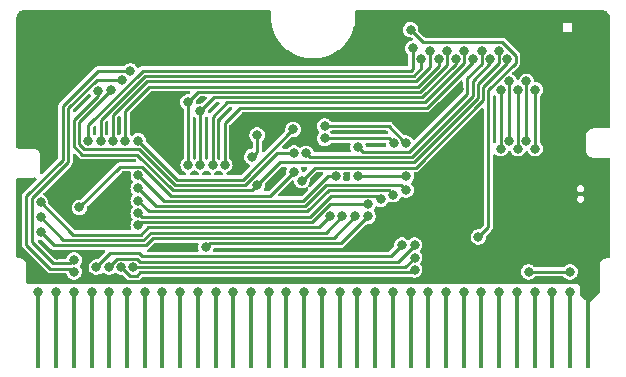
<source format=gbr>
%TF.GenerationSoftware,KiCad,Pcbnew,(6.0.2)*%
%TF.CreationDate,2022-03-12T15:23:27-05:00*%
%TF.ProjectId,MBC5_Short,4d424335-5f53-4686-9f72-742e6b696361,rev?*%
%TF.SameCoordinates,Original*%
%TF.FileFunction,Copper,L2,Bot*%
%TF.FilePolarity,Positive*%
%FSLAX46Y46*%
G04 Gerber Fmt 4.6, Leading zero omitted, Abs format (unit mm)*
G04 Created by KiCad (PCBNEW (6.0.2)) date 2022-03-12 15:23:27*
%MOMM*%
%LPD*%
G01*
G04 APERTURE LIST*
%TA.AperFunction,ComponentPad*%
%ADD10C,0.800000*%
%TD*%
%TA.AperFunction,SMDPad,CuDef*%
%ADD11R,0.400000X6.100000*%
%TD*%
%TA.AperFunction,ViaPad*%
%ADD12C,0.800000*%
%TD*%
%TA.AperFunction,Conductor*%
%ADD13C,0.250000*%
%TD*%
%TA.AperFunction,Conductor*%
%ADD14C,0.200000*%
%TD*%
G04 APERTURE END LIST*
D10*
%TO.P,J1,1*%
%TO.N,+5V*%
X126750000Y-110190000D03*
D11*
X126750000Y-113540000D03*
%TO.P,J1,2*%
%TO.N,N/C*%
X128250000Y-113540000D03*
D10*
X128250000Y-110190000D03*
%TO.P,J1,3*%
%TO.N,WR*%
X129750000Y-110190000D03*
D11*
X129750000Y-113540000D03*
D10*
%TO.P,J1,4*%
%TO.N,RD*%
X131250000Y-110190000D03*
D11*
X131250000Y-113540000D03*
%TO.P,J1,5*%
%TO.N,CS*%
X132750000Y-113540000D03*
D10*
X132750000Y-110190000D03*
D11*
%TO.P,J1,6*%
%TO.N,A0*%
X134250000Y-113540000D03*
D10*
X134250000Y-110190000D03*
D11*
%TO.P,J1,7*%
%TO.N,A1*%
X135750000Y-113540000D03*
D10*
X135750000Y-110190000D03*
%TO.P,J1,8*%
%TO.N,A2*%
X137250000Y-110190000D03*
D11*
X137250000Y-113540000D03*
D10*
%TO.P,J1,9*%
%TO.N,A3*%
X138750000Y-110190000D03*
D11*
X138750000Y-113540000D03*
D10*
%TO.P,J1,10*%
%TO.N,A4*%
X140250000Y-110190000D03*
D11*
X140250000Y-113540000D03*
D10*
%TO.P,J1,11*%
%TO.N,A5*%
X141750000Y-110190000D03*
D11*
X141750000Y-113540000D03*
%TO.P,J1,12*%
%TO.N,A6*%
X143250000Y-113540000D03*
D10*
X143250000Y-110190000D03*
%TO.P,J1,13*%
%TO.N,A7*%
X144750000Y-110190000D03*
D11*
X144750000Y-113540000D03*
D10*
%TO.P,J1,14*%
%TO.N,A8*%
X146250000Y-110190000D03*
D11*
X146250000Y-113540000D03*
D10*
%TO.P,J1,15*%
%TO.N,A9*%
X147750000Y-110190000D03*
D11*
X147750000Y-113540000D03*
D10*
%TO.P,J1,16*%
%TO.N,A10*%
X149250000Y-110190000D03*
D11*
X149250000Y-113540000D03*
%TO.P,J1,17*%
%TO.N,A11*%
X150750000Y-113540000D03*
D10*
X150750000Y-110190000D03*
D11*
%TO.P,J1,18*%
%TO.N,A12*%
X152250000Y-113540000D03*
D10*
X152250000Y-110190000D03*
D11*
%TO.P,J1,19*%
%TO.N,A13*%
X153750000Y-113540000D03*
D10*
X153750000Y-110190000D03*
D11*
%TO.P,J1,20*%
%TO.N,A14*%
X155250000Y-113540000D03*
D10*
X155250000Y-110190000D03*
D11*
%TO.P,J1,21*%
%TO.N,A15*%
X156750000Y-113540000D03*
D10*
X156750000Y-110190000D03*
D11*
%TO.P,J1,22*%
%TO.N,D0*%
X158250000Y-113540000D03*
D10*
X158250000Y-110190000D03*
D11*
%TO.P,J1,23*%
%TO.N,D1*%
X159750000Y-113540000D03*
D10*
X159750000Y-110190000D03*
%TO.P,J1,24*%
%TO.N,D2*%
X161250000Y-110190000D03*
D11*
X161250000Y-113540000D03*
D10*
%TO.P,J1,25*%
%TO.N,D3*%
X162750000Y-110190000D03*
D11*
X162750000Y-113540000D03*
D10*
%TO.P,J1,26*%
%TO.N,D4*%
X164250000Y-110190000D03*
D11*
X164250000Y-113540000D03*
%TO.P,J1,27*%
%TO.N,D5*%
X165750000Y-113540000D03*
D10*
X165750000Y-110190000D03*
%TO.P,J1,28*%
%TO.N,D6*%
X167250000Y-110190000D03*
D11*
X167250000Y-113540000D03*
D10*
%TO.P,J1,29*%
%TO.N,D7*%
X168750000Y-110190000D03*
D11*
X168750000Y-113540000D03*
%TO.P,J1,30*%
%TO.N,RESET*%
X170250000Y-113540000D03*
D10*
X170250000Y-110190000D03*
%TO.P,J1,31*%
%TO.N,WE_SND*%
X171750000Y-110190000D03*
D11*
X171750000Y-113540000D03*
D10*
%TO.P,J1,32*%
%TO.N,GND*%
X173250000Y-110190000D03*
D11*
X173250000Y-113540000D03*
%TD*%
D12*
%TO.N,GND*%
X155000000Y-89690000D03*
%TO.N,+5V*%
X164000000Y-105490000D03*
X158260000Y-87950000D03*
%TO.N,GND*%
X128350000Y-107010000D03*
X149000000Y-95330000D03*
X145000000Y-89690000D03*
X148930000Y-97350000D03*
X164000000Y-108440000D03*
X162320000Y-92970000D03*
%TO.N,RA18*%
X168793500Y-98021061D03*
X168793500Y-93021061D03*
%TO.N,RA17*%
X168069000Y-97330000D03*
X168069000Y-92330000D03*
%TO.N,RA16*%
X167344500Y-93020815D03*
X167344500Y-98020815D03*
%TO.N,RA15*%
X166620000Y-92328439D03*
X166620000Y-97328439D03*
%TO.N,RA14*%
X165890000Y-93020000D03*
X165890000Y-98020000D03*
%TO.N,A13*%
X149048036Y-100733460D03*
X166450000Y-90440000D03*
%TO.N,A12*%
X131751825Y-93171825D03*
X145280000Y-101100000D03*
X165720000Y-89750000D03*
%TO.N,A15*%
X164990000Y-90440000D03*
X149410000Y-98410000D03*
%TO.N,RESET*%
X164264500Y-89750000D03*
X153800000Y-97876460D03*
%TO.N,A11*%
X142520000Y-99400000D03*
X163540000Y-90440000D03*
%TO.N,A10*%
X141490000Y-99400000D03*
X162806118Y-89750000D03*
%TO.N,A9*%
X162081618Y-90441536D03*
X140460000Y-94850000D03*
X140460000Y-99400000D03*
%TO.N,A8*%
X139410000Y-94073060D03*
X139420000Y-99400000D03*
X161356536Y-89753596D03*
%TO.N,A7*%
X134090000Y-97340000D03*
X160630000Y-90440000D03*
%TO.N,A6*%
X133040000Y-97340000D03*
X159899000Y-89750000D03*
%TO.N,A5*%
X159174500Y-90440000D03*
X132010000Y-97340000D03*
%TO.N,A4*%
X130950000Y-97340000D03*
X158450000Y-89520000D03*
%TO.N,A3*%
X158600000Y-107250000D03*
X134790000Y-108050480D03*
%TO.N,A2*%
X133750000Y-108050000D03*
X158600000Y-108300000D03*
%TO.N,A1*%
X158600000Y-106190000D03*
X132710000Y-108050000D03*
%TO.N,A0*%
X157530000Y-106190000D03*
X131652535Y-108050000D03*
%TO.N,D0*%
X151400000Y-103750000D03*
X126930000Y-102548963D03*
%TO.N,D1*%
X152480000Y-103750000D03*
X126930000Y-103825988D03*
%TO.N,D2*%
X153570000Y-103752420D03*
X126930000Y-105100000D03*
%TO.N,D3*%
X140920000Y-106347211D03*
X154640000Y-103750000D03*
%TO.N,D4*%
X154649500Y-102719989D03*
X135200000Y-104480000D03*
%TO.N,D5*%
X135200000Y-103450000D03*
X155720000Y-102310000D03*
%TO.N,D6*%
X135200000Y-102410000D03*
X156790000Y-101920000D03*
%TO.N,D7*%
X135200000Y-101350000D03*
X157890000Y-101504820D03*
%TO.N,RAMCS*%
X135204555Y-100274555D03*
X151917299Y-100345500D03*
%TO.N,RA20*%
X150980000Y-96100000D03*
X157839503Y-97546940D03*
%TO.N,RA21*%
X150990520Y-97140000D03*
X156840000Y-97546940D03*
%TO.N,AA14*%
X132884124Y-93064124D03*
X148380000Y-98400000D03*
%TO.N,WR*%
X144812701Y-98707299D03*
X145260000Y-96860000D03*
X129754004Y-108450000D03*
X134512796Y-91435450D03*
%TO.N,CS*%
X148380000Y-99990000D03*
X130215020Y-103000000D03*
%TO.N,RD*%
X148310000Y-96380000D03*
X129760000Y-107430000D03*
X157890000Y-100350000D03*
X153780000Y-100350000D03*
X135210000Y-97340000D03*
X133784124Y-92164124D03*
%TO.N,WE_SND*%
X168250000Y-108450000D03*
X171750000Y-108450000D03*
%TD*%
D13*
%TO.N,A15*%
X164990000Y-90790000D02*
X164990000Y-90440000D01*
X163499520Y-93556197D02*
X163499520Y-92280480D01*
X163499520Y-92280480D02*
X164990000Y-90790000D01*
X158334757Y-98720960D02*
X163499520Y-93556197D01*
X149720960Y-98720960D02*
X158334757Y-98720960D01*
X149410000Y-98410000D02*
X149720960Y-98720960D01*
%TO.N,A12*%
X165720000Y-90770000D02*
X165720000Y-89750000D01*
X163949040Y-93742394D02*
X163949040Y-92540960D01*
X158520955Y-99170480D02*
X163949040Y-93742394D01*
X163949040Y-92540960D02*
X165720000Y-90770000D01*
X147209520Y-99170480D02*
X158520955Y-99170480D01*
X145280000Y-101100000D02*
X147209520Y-99170480D01*
%TO.N,A13*%
X150161496Y-99620000D02*
X149048036Y-100733460D01*
X164398560Y-93928592D02*
X158707152Y-99620000D01*
X158707152Y-99620000D02*
X150161496Y-99620000D01*
X164398560Y-92791440D02*
X164398560Y-93928592D01*
X166450000Y-90440000D02*
X166450000Y-90740000D01*
X166450000Y-90740000D02*
X164398560Y-92791440D01*
%TO.N,+5V*%
X164848080Y-93061920D02*
X164848080Y-104641920D01*
X167174511Y-90735489D02*
X164848080Y-93061920D01*
X164848080Y-104641920D02*
X164000000Y-105490000D01*
X167174511Y-90139897D02*
X167174511Y-90735489D01*
X159310000Y-89000000D02*
X166034614Y-89000000D01*
X166034614Y-89000000D02*
X167174511Y-90139897D01*
X158260000Y-87950000D02*
X159310000Y-89000000D01*
D14*
%TO.N,GND*%
X146240000Y-90930000D02*
X145000000Y-89690000D01*
X153760000Y-90930000D02*
X146240000Y-90930000D01*
X154960000Y-89730000D02*
X153760000Y-90930000D01*
X154960000Y-89690000D02*
X154960000Y-89730000D01*
X159820000Y-95040000D02*
X149290000Y-95040000D01*
X130034614Y-106680000D02*
X130634980Y-107280366D01*
X128680000Y-106680000D02*
X130034614Y-106680000D01*
X131014980Y-108774980D02*
X131190000Y-108774980D01*
X149070000Y-97210000D02*
X149070000Y-95400000D01*
X161890000Y-92970000D02*
X159820000Y-95040000D01*
X162320000Y-92970000D02*
X161890000Y-92970000D01*
X130634980Y-108394980D02*
X131014980Y-108774980D01*
X149070000Y-95400000D02*
X149000000Y-95330000D01*
X128350000Y-107010000D02*
X128680000Y-106680000D01*
X148930000Y-97350000D02*
X149070000Y-97210000D01*
X149290000Y-95040000D02*
X149000000Y-95330000D01*
X130634980Y-107280366D02*
X130634980Y-108394980D01*
D13*
%TO.N,RA18*%
X168793500Y-93021061D02*
X168793500Y-98021061D01*
%TO.N,RA17*%
X168069000Y-92330000D02*
X168069000Y-97330000D01*
%TO.N,RA16*%
X167344500Y-93020815D02*
X167344500Y-98020815D01*
%TO.N,RA15*%
X166620000Y-92328439D02*
X166620000Y-97328439D01*
%TO.N,RA14*%
X165890000Y-93020000D02*
X165890000Y-98020000D01*
%TO.N,A12*%
X130448314Y-98514031D02*
X135109749Y-98514031D01*
X138135238Y-101539520D02*
X144840480Y-101539520D01*
X129740480Y-95572051D02*
X129740480Y-97806198D01*
X144840480Y-101539520D02*
X145280000Y-101100000D01*
X131751825Y-93560705D02*
X129740480Y-95572051D01*
X131751825Y-93171825D02*
X131751825Y-93560705D01*
X135109749Y-98514031D02*
X138135238Y-101539520D01*
X129740480Y-97806198D02*
X130448314Y-98514031D01*
%TO.N,RESET*%
X158148560Y-98271440D02*
X163050000Y-93370000D01*
X163050000Y-92050000D02*
X164264500Y-90835500D01*
X164264500Y-90835500D02*
X164264500Y-89750000D01*
X163050000Y-93370000D02*
X163050000Y-92050000D01*
X154194980Y-98271440D02*
X158148560Y-98271440D01*
X153800000Y-97876460D02*
X154194980Y-98271440D01*
%TO.N,A11*%
X163540000Y-90643485D02*
X159626845Y-94556640D01*
X142520000Y-95870000D02*
X142520000Y-99400000D01*
X143833360Y-94556640D02*
X142520000Y-95870000D01*
X163540000Y-90440000D02*
X163540000Y-90643485D01*
X159626845Y-94556640D02*
X143833360Y-94556640D01*
%TO.N,A10*%
X159440648Y-94107120D02*
X162806118Y-90741650D01*
X141490000Y-99400000D02*
X141490000Y-95350000D01*
X142732880Y-94107120D02*
X159440648Y-94107120D01*
X141490000Y-95350000D02*
X142732880Y-94107120D01*
X162806118Y-90741650D02*
X162806118Y-89750000D01*
%TO.N,A9*%
X141652400Y-93657600D02*
X159254450Y-93657600D01*
X140460000Y-94850000D02*
X141652400Y-93657600D01*
X159254450Y-93657600D02*
X162081618Y-90830432D01*
X162081618Y-90830432D02*
X162081618Y-90441536D01*
X140460000Y-94850000D02*
X140460000Y-99400000D01*
%TO.N,A8*%
X140274980Y-93208080D02*
X159068252Y-93208080D01*
X161356536Y-90919796D02*
X161356536Y-89753596D01*
X139410000Y-94073060D02*
X140274980Y-93208080D01*
X159068252Y-93208080D02*
X161356536Y-90919796D01*
X139420000Y-94083060D02*
X139410000Y-94073060D01*
X139420000Y-99400000D02*
X139420000Y-94083060D01*
%TO.N,A7*%
X158882054Y-92758560D02*
X136121440Y-92758560D01*
X136121440Y-92758560D02*
X134090000Y-94790000D01*
X134090000Y-94790000D02*
X134090000Y-97340000D01*
X160630000Y-91010614D02*
X158882054Y-92758560D01*
X160630000Y-90440000D02*
X160630000Y-91010614D01*
%TO.N,A6*%
X133040000Y-95204282D02*
X133040000Y-97340000D01*
X159899000Y-89750000D02*
X159899000Y-91105896D01*
X158695856Y-92309040D02*
X135935242Y-92309040D01*
X159899000Y-91105896D02*
X158695856Y-92309040D01*
X135935242Y-92309040D02*
X133040000Y-95204282D01*
%TO.N,A5*%
X158509658Y-91859520D02*
X135749044Y-91859520D01*
X132010000Y-95598564D02*
X132010000Y-97340000D01*
X159174500Y-91194678D02*
X158509658Y-91859520D01*
X159174500Y-90440000D02*
X159174500Y-91194678D01*
X135749044Y-91859520D02*
X132010000Y-95598564D01*
%TO.N,A4*%
X158450000Y-91283460D02*
X158323460Y-91410000D01*
X158450000Y-89520000D02*
X158450000Y-91283460D01*
X158323460Y-91410000D02*
X135562846Y-91410000D01*
X135562846Y-91410000D02*
X130950000Y-96022846D01*
X130950000Y-96022846D02*
X130950000Y-97340000D01*
%TO.N,A3*%
X157799520Y-108050480D02*
X158600000Y-107250000D01*
X134790000Y-108050480D02*
X157799520Y-108050480D01*
%TO.N,A2*%
X158400000Y-108500000D02*
X158600000Y-108300000D01*
X135090103Y-108774991D02*
X135365094Y-108500000D01*
X135365094Y-108500000D02*
X158400000Y-108500000D01*
X133750000Y-108050000D02*
X134474991Y-108774991D01*
X134474991Y-108774991D02*
X135090103Y-108774991D01*
%TO.N,A1*%
X157200480Y-107589520D02*
X158600000Y-106190000D01*
X135089623Y-107325489D02*
X135353655Y-107589520D01*
X135353655Y-107589520D02*
X157200480Y-107589520D01*
X132710000Y-108050000D02*
X133434511Y-107325489D01*
X133434511Y-107325489D02*
X135089623Y-107325489D01*
%TO.N,A0*%
X132826566Y-106875969D02*
X135275820Y-106875969D01*
X156580000Y-107140000D02*
X157530000Y-106190000D01*
X135539852Y-107140000D02*
X156580000Y-107140000D01*
X131652535Y-108050000D02*
X132826566Y-106875969D01*
X135275820Y-106875969D02*
X135539852Y-107140000D01*
%TO.N,D0*%
X129682477Y-105301440D02*
X135448560Y-105301440D01*
X126931441Y-102550404D02*
X129682477Y-105301440D01*
X150463840Y-104686160D02*
X151400000Y-103750000D01*
X126931441Y-102548963D02*
X126931441Y-102550404D01*
X136063840Y-104686160D02*
X150463840Y-104686160D01*
X135448560Y-105301440D02*
X136063840Y-104686160D01*
%TO.N,D1*%
X135634758Y-105750960D02*
X136250038Y-105135680D01*
X151094320Y-105135680D02*
X152480000Y-103750000D01*
X128854972Y-105750960D02*
X135634758Y-105750960D01*
X136250038Y-105135680D02*
X151094320Y-105135680D01*
X126930000Y-103825988D02*
X128854972Y-105750960D01*
X126924856Y-103825988D02*
X126930000Y-103825988D01*
%TO.N,D2*%
X136436236Y-105585200D02*
X151737220Y-105585200D01*
X126930000Y-105100000D02*
X128030480Y-106200480D01*
X151737220Y-105585200D02*
X153570000Y-103752420D01*
X135820956Y-106200480D02*
X136436236Y-105585200D01*
X126920000Y-105100000D02*
X126930000Y-105100000D01*
X128030480Y-106200480D02*
X135820956Y-106200480D01*
%TO.N,D3*%
X152355280Y-106034720D02*
X154640000Y-103750000D01*
X140920000Y-106347211D02*
X141232491Y-106034720D01*
X141232491Y-106034720D02*
X152355280Y-106034720D01*
%TO.N,D4*%
X135443360Y-104236640D02*
X135200000Y-104480000D01*
X149888747Y-104236640D02*
X135443360Y-104236640D01*
X151405386Y-102720000D02*
X149888747Y-104236640D01*
X154649489Y-102720000D02*
X151405386Y-102720000D01*
X154649500Y-102719989D02*
X154649489Y-102720000D01*
%TO.N,D5*%
X135537120Y-103787120D02*
X135200000Y-103450000D01*
X155405489Y-101995489D02*
X151494180Y-101995489D01*
X155720000Y-102310000D02*
X155405489Y-101995489D01*
X149702549Y-103787120D02*
X135537120Y-103787120D01*
X151494180Y-101995489D02*
X149702549Y-103787120D01*
%TO.N,D6*%
X156790000Y-101920000D02*
X156415969Y-101545969D01*
X151307982Y-101545969D02*
X149516351Y-103337600D01*
X149516351Y-103337600D02*
X136127600Y-103337600D01*
X156415969Y-101545969D02*
X151307982Y-101545969D01*
X136127600Y-103337600D02*
X135200000Y-102410000D01*
%TO.N,D7*%
X136738080Y-102888080D02*
X135200000Y-101350000D01*
X151121784Y-101096449D02*
X149330152Y-102888080D01*
X157481629Y-101096449D02*
X151121784Y-101096449D01*
X149330152Y-102888080D02*
X136738080Y-102888080D01*
X157890000Y-101504820D02*
X157481629Y-101096449D01*
%TO.N,RAMCS*%
X149143955Y-102438560D02*
X137368560Y-102438560D01*
X151917299Y-100345500D02*
X151237015Y-100345500D01*
X151237015Y-100345500D02*
X149143955Y-102438560D01*
X137368560Y-102438560D02*
X135204555Y-100274555D01*
%TO.N,RA20*%
X156417674Y-96100000D02*
X150980000Y-96100000D01*
X157564511Y-97246837D02*
X156417674Y-96100000D01*
X157839503Y-97546940D02*
X157564511Y-97271948D01*
X157564511Y-97271948D02*
X157564511Y-97246837D01*
%TO.N,RA21*%
X156433060Y-97140000D02*
X150990520Y-97140000D01*
X156840000Y-97546940D02*
X156433060Y-97140000D01*
%TO.N,AA14*%
X138321436Y-101090000D02*
X144230000Y-101090000D01*
X130634511Y-98064511D02*
X135295947Y-98064511D01*
X144230000Y-101090000D02*
X146920000Y-98400000D01*
X135295947Y-98064511D02*
X138321436Y-101090000D01*
X130190000Y-95758248D02*
X130190000Y-97620000D01*
X130190000Y-97620000D02*
X130634511Y-98064511D01*
X146920000Y-98400000D02*
X148380000Y-98400000D01*
X132884124Y-93064124D02*
X130190000Y-95758248D01*
%TO.N,WR*%
X128810480Y-94403803D02*
X128810480Y-98953802D01*
X125730000Y-102034283D02*
X125730000Y-106145717D01*
X145260000Y-98260000D02*
X145260000Y-96860000D01*
X131778833Y-91435450D02*
X128810480Y-94403803D01*
X134512796Y-91435450D02*
X131778833Y-91435450D01*
X127768313Y-108184031D02*
X129488035Y-108184031D01*
X125730000Y-106145717D02*
X127768313Y-108184031D01*
X128810480Y-98953802D02*
X125730000Y-102034283D01*
X129488035Y-108184031D02*
X129754004Y-108450000D01*
X144812701Y-98707299D02*
X145260000Y-98260000D01*
%TO.N,CS*%
X137943654Y-101989040D02*
X146380960Y-101989040D01*
X135494134Y-99539520D02*
X137943654Y-101989040D01*
X146380960Y-101989040D02*
X148380000Y-99990000D01*
X130215020Y-103000000D02*
X133675500Y-99539520D01*
X133675500Y-99539520D02*
X135494134Y-99539520D01*
%TO.N,RD*%
X148310000Y-96380000D02*
X148304283Y-96380000D01*
X129260000Y-94590000D02*
X129260000Y-99140000D01*
X157890000Y-100350000D02*
X153780000Y-100350000D01*
X126179520Y-102220480D02*
X126179520Y-105959520D01*
X127954511Y-107734511D02*
X129455489Y-107734511D01*
X129260000Y-99140000D02*
X126179520Y-102220480D01*
X148304283Y-96380000D02*
X144043802Y-100640480D01*
X133784124Y-92164124D02*
X131685876Y-92164124D01*
X131685876Y-92164124D02*
X129260000Y-94590000D01*
X129455489Y-107734511D02*
X129760000Y-107430000D01*
X126179520Y-105959520D02*
X127954511Y-107734511D01*
X144043802Y-100640480D02*
X138510480Y-100640480D01*
X138510480Y-100640480D02*
X135210000Y-97340000D01*
%TO.N,WE_SND*%
X171740000Y-108450000D02*
X168250000Y-108450000D01*
%TD*%
%TA.AperFunction,Conductor*%
%TO.N,GND*%
G36*
X173450000Y-106750000D02*
G01*
X169550000Y-106750000D01*
X169550000Y-102300000D01*
X172350000Y-102300000D01*
X172351444Y-102329406D01*
X172355764Y-102358528D01*
X172362917Y-102387086D01*
X172372836Y-102414806D01*
X172385423Y-102441420D01*
X172400559Y-102466672D01*
X172400720Y-102466889D01*
X172417927Y-102490091D01*
X172417933Y-102490099D01*
X172418096Y-102490318D01*
X172437867Y-102512133D01*
X172459682Y-102531904D01*
X172459901Y-102532067D01*
X172459909Y-102532073D01*
X172481065Y-102547763D01*
X172483328Y-102549441D01*
X172483567Y-102549584D01*
X172508329Y-102564427D01*
X172508336Y-102564431D01*
X172508580Y-102564577D01*
X172508839Y-102564700D01*
X172508840Y-102564700D01*
X172534929Y-102577039D01*
X172534935Y-102577041D01*
X172535194Y-102577164D01*
X172535466Y-102577261D01*
X172535470Y-102577263D01*
X172544774Y-102580592D01*
X172562914Y-102587083D01*
X172591472Y-102594236D01*
X172591758Y-102594278D01*
X172591761Y-102594279D01*
X172620310Y-102598514D01*
X172620313Y-102598514D01*
X172620594Y-102598556D01*
X172620873Y-102598570D01*
X172620876Y-102598570D01*
X172649715Y-102599986D01*
X172650000Y-102600000D01*
X172650285Y-102599986D01*
X172679123Y-102598570D01*
X172679126Y-102598570D01*
X172679405Y-102598556D01*
X172679686Y-102598514D01*
X172679689Y-102598514D01*
X172708238Y-102594279D01*
X172708241Y-102594278D01*
X172708527Y-102594236D01*
X172737085Y-102587083D01*
X172755225Y-102580592D01*
X172764529Y-102577263D01*
X172764533Y-102577261D01*
X172764805Y-102577164D01*
X172765064Y-102577041D01*
X172765070Y-102577039D01*
X172791159Y-102564700D01*
X172791160Y-102564700D01*
X172791419Y-102564577D01*
X172791663Y-102564431D01*
X172791670Y-102564427D01*
X172816432Y-102549584D01*
X172816671Y-102549441D01*
X172818934Y-102547763D01*
X172840090Y-102532073D01*
X172840098Y-102532067D01*
X172840317Y-102531904D01*
X172862132Y-102512133D01*
X172881903Y-102490318D01*
X172882066Y-102490099D01*
X172882072Y-102490091D01*
X172899279Y-102466889D01*
X172899440Y-102466672D01*
X172914576Y-102441420D01*
X172927163Y-102414806D01*
X172937082Y-102387086D01*
X172944235Y-102358528D01*
X172948555Y-102329406D01*
X172950000Y-102300000D01*
X172948555Y-102270595D01*
X172944235Y-102241473D01*
X172937082Y-102212915D01*
X172927163Y-102185195D01*
X172914576Y-102158581D01*
X172899440Y-102133329D01*
X172897762Y-102131066D01*
X172882072Y-102109910D01*
X172882066Y-102109902D01*
X172881903Y-102109683D01*
X172862132Y-102087868D01*
X172840317Y-102068097D01*
X172840098Y-102067934D01*
X172840090Y-102067928D01*
X172816888Y-102050721D01*
X172816671Y-102050560D01*
X172807436Y-102045025D01*
X172791670Y-102035574D01*
X172791663Y-102035570D01*
X172791419Y-102035424D01*
X172791159Y-102035301D01*
X172765070Y-102022962D01*
X172765064Y-102022960D01*
X172764805Y-102022837D01*
X172764533Y-102022740D01*
X172764529Y-102022738D01*
X172755225Y-102019409D01*
X172737085Y-102012918D01*
X172708527Y-102005765D01*
X172708241Y-102005723D01*
X172708238Y-102005722D01*
X172679689Y-102001487D01*
X172679686Y-102001487D01*
X172679405Y-102001445D01*
X172679126Y-102001431D01*
X172679123Y-102001431D01*
X172650285Y-102000014D01*
X172650000Y-102000000D01*
X172649715Y-102000014D01*
X172620876Y-102001431D01*
X172620873Y-102001431D01*
X172620594Y-102001445D01*
X172620313Y-102001487D01*
X172620310Y-102001487D01*
X172591761Y-102005722D01*
X172591758Y-102005723D01*
X172591472Y-102005765D01*
X172562914Y-102012918D01*
X172544774Y-102019409D01*
X172535470Y-102022738D01*
X172535466Y-102022740D01*
X172535194Y-102022837D01*
X172534935Y-102022960D01*
X172534929Y-102022962D01*
X172508840Y-102035301D01*
X172508580Y-102035424D01*
X172508336Y-102035570D01*
X172508329Y-102035574D01*
X172492563Y-102045025D01*
X172483328Y-102050560D01*
X172483111Y-102050721D01*
X172459909Y-102067928D01*
X172459901Y-102067934D01*
X172459682Y-102068097D01*
X172437867Y-102087868D01*
X172418096Y-102109683D01*
X172417933Y-102109902D01*
X172417927Y-102109910D01*
X172402237Y-102131066D01*
X172400559Y-102133329D01*
X172385423Y-102158581D01*
X172372836Y-102185195D01*
X172362917Y-102212915D01*
X172355764Y-102241473D01*
X172351444Y-102270595D01*
X172350000Y-102300000D01*
X169550000Y-102300000D01*
X169550000Y-101400000D01*
X172350000Y-101400000D01*
X172351444Y-101429406D01*
X172355764Y-101458528D01*
X172362917Y-101487086D01*
X172372836Y-101514806D01*
X172385423Y-101541420D01*
X172400559Y-101566672D01*
X172400720Y-101566889D01*
X172417927Y-101590091D01*
X172417933Y-101590099D01*
X172418096Y-101590318D01*
X172437867Y-101612133D01*
X172459682Y-101631904D01*
X172459901Y-101632067D01*
X172459909Y-101632073D01*
X172481065Y-101647763D01*
X172483328Y-101649441D01*
X172483567Y-101649584D01*
X172508329Y-101664427D01*
X172508336Y-101664431D01*
X172508580Y-101664577D01*
X172508839Y-101664700D01*
X172508840Y-101664700D01*
X172534929Y-101677039D01*
X172534935Y-101677041D01*
X172535194Y-101677164D01*
X172535466Y-101677261D01*
X172535470Y-101677263D01*
X172544774Y-101680592D01*
X172562914Y-101687083D01*
X172591472Y-101694236D01*
X172591758Y-101694278D01*
X172591761Y-101694279D01*
X172620310Y-101698514D01*
X172620313Y-101698514D01*
X172620594Y-101698556D01*
X172620873Y-101698570D01*
X172620876Y-101698570D01*
X172649715Y-101699986D01*
X172650000Y-101700000D01*
X172650285Y-101699986D01*
X172679123Y-101698570D01*
X172679126Y-101698570D01*
X172679405Y-101698556D01*
X172679686Y-101698514D01*
X172679689Y-101698514D01*
X172708238Y-101694279D01*
X172708241Y-101694278D01*
X172708527Y-101694236D01*
X172737085Y-101687083D01*
X172755225Y-101680592D01*
X172764529Y-101677263D01*
X172764533Y-101677261D01*
X172764805Y-101677164D01*
X172765064Y-101677041D01*
X172765070Y-101677039D01*
X172791159Y-101664700D01*
X172791160Y-101664700D01*
X172791419Y-101664577D01*
X172791663Y-101664431D01*
X172791670Y-101664427D01*
X172816432Y-101649584D01*
X172816671Y-101649441D01*
X172818934Y-101647763D01*
X172840090Y-101632073D01*
X172840098Y-101632067D01*
X172840317Y-101631904D01*
X172862132Y-101612133D01*
X172881903Y-101590318D01*
X172882066Y-101590099D01*
X172882072Y-101590091D01*
X172899279Y-101566889D01*
X172899440Y-101566672D01*
X172914576Y-101541420D01*
X172927163Y-101514806D01*
X172937082Y-101487086D01*
X172944235Y-101458528D01*
X172948555Y-101429406D01*
X172950000Y-101400000D01*
X172948555Y-101370595D01*
X172944235Y-101341473D01*
X172937082Y-101312915D01*
X172927163Y-101285195D01*
X172914576Y-101258581D01*
X172899440Y-101233329D01*
X172897762Y-101231066D01*
X172882072Y-101209910D01*
X172882066Y-101209902D01*
X172881903Y-101209683D01*
X172862132Y-101187868D01*
X172840317Y-101168097D01*
X172840098Y-101167934D01*
X172840090Y-101167928D01*
X172816888Y-101150721D01*
X172816671Y-101150560D01*
X172807436Y-101145025D01*
X172791670Y-101135574D01*
X172791663Y-101135570D01*
X172791419Y-101135424D01*
X172791159Y-101135301D01*
X172765070Y-101122962D01*
X172765064Y-101122960D01*
X172764805Y-101122837D01*
X172764533Y-101122740D01*
X172764529Y-101122738D01*
X172755225Y-101119409D01*
X172737085Y-101112918D01*
X172708527Y-101105765D01*
X172708241Y-101105723D01*
X172708238Y-101105722D01*
X172679689Y-101101487D01*
X172679686Y-101101487D01*
X172679405Y-101101445D01*
X172679126Y-101101431D01*
X172679123Y-101101431D01*
X172650285Y-101100014D01*
X172650000Y-101100000D01*
X172649715Y-101100014D01*
X172620876Y-101101431D01*
X172620873Y-101101431D01*
X172620594Y-101101445D01*
X172620313Y-101101487D01*
X172620310Y-101101487D01*
X172591761Y-101105722D01*
X172591758Y-101105723D01*
X172591472Y-101105765D01*
X172562914Y-101112918D01*
X172544774Y-101119409D01*
X172535470Y-101122738D01*
X172535466Y-101122740D01*
X172535194Y-101122837D01*
X172534935Y-101122960D01*
X172534929Y-101122962D01*
X172508840Y-101135301D01*
X172508580Y-101135424D01*
X172508336Y-101135570D01*
X172508329Y-101135574D01*
X172492563Y-101145025D01*
X172483328Y-101150560D01*
X172483111Y-101150721D01*
X172459909Y-101167928D01*
X172459901Y-101167934D01*
X172459682Y-101168097D01*
X172437867Y-101187868D01*
X172418096Y-101209683D01*
X172417933Y-101209902D01*
X172417927Y-101209910D01*
X172402237Y-101231066D01*
X172400559Y-101233329D01*
X172385423Y-101258581D01*
X172372836Y-101285195D01*
X172362917Y-101312915D01*
X172355764Y-101341473D01*
X172351444Y-101370595D01*
X172350000Y-101400000D01*
X169550000Y-101400000D01*
X169550000Y-99750000D01*
X173450000Y-99750000D01*
X173450000Y-106750000D01*
G37*
%TD.AperFunction*%
%TD*%
%TA.AperFunction,Conductor*%
%TO.N,GND*%
G36*
X172600000Y-109650000D02*
G01*
X172350000Y-109400000D01*
X172600000Y-109400000D01*
X172600000Y-109650000D01*
G37*
%TD.AperFunction*%
%TD*%
%TA.AperFunction,Conductor*%
%TO.N,GND*%
G36*
X174269000Y-110176154D02*
G01*
X174265573Y-110184427D01*
X173455327Y-110994673D01*
X173447054Y-110998100D01*
X173442947Y-110997355D01*
X173052373Y-110850890D01*
X173048208Y-110848208D01*
X172603427Y-110403427D01*
X172600000Y-110395154D01*
X172600000Y-109998000D01*
X174269000Y-109998000D01*
X174269000Y-110176154D01*
G37*
%TD.AperFunction*%
%TD*%
%TA.AperFunction,Conductor*%
%TO.N,GND*%
G36*
X146279807Y-86272551D02*
G01*
X146299999Y-86275749D01*
X146299781Y-86277128D01*
X146357923Y-86294200D01*
X146404416Y-86347856D01*
X146413606Y-86390103D01*
X146414251Y-86390001D01*
X146417449Y-86410192D01*
X146419000Y-86429903D01*
X146419000Y-86750098D01*
X146417449Y-86769808D01*
X146414251Y-86790000D01*
X146414467Y-86791365D01*
X146414937Y-86800635D01*
X146419469Y-86890000D01*
X146432795Y-87152749D01*
X146487795Y-87511776D01*
X146488593Y-87514858D01*
X146522172Y-87644546D01*
X146578836Y-87863397D01*
X146704983Y-88204003D01*
X146706387Y-88206865D01*
X146706389Y-88206870D01*
X146730304Y-88255623D01*
X146864941Y-88530100D01*
X146866628Y-88532806D01*
X146866631Y-88532812D01*
X147025666Y-88787959D01*
X147057069Y-88838340D01*
X147059013Y-88840852D01*
X147059019Y-88840860D01*
X147109073Y-88905524D01*
X147279395Y-89125562D01*
X147379931Y-89231326D01*
X147520782Y-89379500D01*
X147529639Y-89388818D01*
X147805232Y-89625407D01*
X147807855Y-89627233D01*
X147807858Y-89627235D01*
X147870095Y-89670553D01*
X148103346Y-89832901D01*
X148420922Y-90009170D01*
X148754702Y-90152406D01*
X149101260Y-90261139D01*
X149457040Y-90334254D01*
X149460204Y-90334576D01*
X149460212Y-90334577D01*
X149815213Y-90370677D01*
X149815218Y-90370677D01*
X149818392Y-90371000D01*
X150181608Y-90371000D01*
X150184782Y-90370677D01*
X150184787Y-90370677D01*
X150539788Y-90334577D01*
X150539796Y-90334576D01*
X150542960Y-90334254D01*
X150898740Y-90261139D01*
X151245298Y-90152406D01*
X151579078Y-90009170D01*
X151896654Y-89832901D01*
X152129905Y-89670553D01*
X152192142Y-89627235D01*
X152192145Y-89627233D01*
X152194768Y-89625407D01*
X152470361Y-89388818D01*
X152479219Y-89379500D01*
X152620069Y-89231326D01*
X152720605Y-89125562D01*
X152890927Y-88905524D01*
X152940981Y-88840860D01*
X152940987Y-88840852D01*
X152942931Y-88838340D01*
X152974334Y-88787959D01*
X153133369Y-88532812D01*
X153133372Y-88532806D01*
X153135059Y-88530100D01*
X153269696Y-88255623D01*
X153293611Y-88206870D01*
X153293613Y-88206865D01*
X153295017Y-88204003D01*
X153421164Y-87863397D01*
X153477829Y-87644546D01*
X153511407Y-87514858D01*
X153512205Y-87511776D01*
X153567205Y-87152749D01*
X153580531Y-86890000D01*
X153585000Y-86801878D01*
X153585000Y-86801877D01*
X153585533Y-86791365D01*
X153585749Y-86790000D01*
X153582551Y-86769808D01*
X153581000Y-86750098D01*
X153581000Y-86429903D01*
X153582551Y-86410192D01*
X153585749Y-86390001D01*
X153587128Y-86390219D01*
X153604200Y-86332077D01*
X153657856Y-86285584D01*
X153700103Y-86276394D01*
X153700001Y-86275749D01*
X153720193Y-86272551D01*
X153739903Y-86271000D01*
X174460098Y-86271000D01*
X174479808Y-86272551D01*
X174500000Y-86275749D01*
X174509793Y-86274198D01*
X174519710Y-86274198D01*
X174519710Y-86275215D01*
X174534481Y-86274885D01*
X174623634Y-86284930D01*
X174651143Y-86291209D01*
X174755175Y-86327612D01*
X174780593Y-86339852D01*
X174873927Y-86398498D01*
X174895980Y-86416086D01*
X174973914Y-86494020D01*
X174991502Y-86516073D01*
X175050147Y-86609405D01*
X175062388Y-86634825D01*
X175098791Y-86738857D01*
X175105070Y-86766366D01*
X175115115Y-86855519D01*
X175114785Y-86870290D01*
X175115802Y-86870290D01*
X175115802Y-86880207D01*
X175114251Y-86890000D01*
X175115802Y-86899792D01*
X175117449Y-86910191D01*
X175119000Y-86929902D01*
X175119000Y-96150097D01*
X175117449Y-96169807D01*
X175114251Y-96189999D01*
X175112872Y-96189781D01*
X175095800Y-96247923D01*
X175042144Y-96294416D01*
X174999897Y-96303606D01*
X174999999Y-96304251D01*
X174990207Y-96305802D01*
X174979808Y-96307449D01*
X174960097Y-96309000D01*
X173739900Y-96309000D01*
X173720190Y-96307449D01*
X173709791Y-96305802D01*
X173699998Y-96304251D01*
X173690206Y-96305802D01*
X173679315Y-96307527D01*
X173673712Y-96308286D01*
X173576924Y-96319192D01*
X173576923Y-96319192D01*
X173569896Y-96319984D01*
X173446318Y-96363226D01*
X173440326Y-96366991D01*
X173348935Y-96424416D01*
X173335461Y-96432882D01*
X173242882Y-96525461D01*
X173173226Y-96636318D01*
X173129984Y-96759896D01*
X173129192Y-96766926D01*
X173125974Y-96795481D01*
X173123066Y-96808208D01*
X173123779Y-96808362D01*
X173122111Y-96816108D01*
X173119484Y-96823589D01*
X173119000Y-96829177D01*
X173119000Y-96850096D01*
X173117449Y-96869808D01*
X173114251Y-96889998D01*
X173115802Y-96899791D01*
X173117449Y-96910190D01*
X173119000Y-96929900D01*
X173119000Y-98150100D01*
X173117449Y-98169810D01*
X173114251Y-98190002D01*
X173115802Y-98199794D01*
X173117527Y-98210685D01*
X173118286Y-98216288D01*
X173129184Y-98313000D01*
X173129984Y-98320104D01*
X173132321Y-98326782D01*
X173132321Y-98326783D01*
X173136400Y-98338439D01*
X173173226Y-98443682D01*
X173242882Y-98554539D01*
X173335461Y-98647118D01*
X173341455Y-98650885D01*
X173341456Y-98650885D01*
X173378468Y-98674141D01*
X173446318Y-98716774D01*
X173569896Y-98760016D01*
X173587442Y-98761993D01*
X173605481Y-98764026D01*
X173618208Y-98766934D01*
X173618362Y-98766221D01*
X173626108Y-98767889D01*
X173633589Y-98770516D01*
X173639177Y-98771000D01*
X173660096Y-98771000D01*
X173679808Y-98772551D01*
X173699998Y-98775749D01*
X173720190Y-98772551D01*
X173739900Y-98771000D01*
X174960097Y-98771000D01*
X174979807Y-98772551D01*
X174991886Y-98774464D01*
X174999999Y-98775749D01*
X174999781Y-98777128D01*
X175057923Y-98794200D01*
X175104416Y-98847856D01*
X175113606Y-98890103D01*
X175114251Y-98890001D01*
X175117449Y-98910192D01*
X175119000Y-98929903D01*
X175119000Y-107150097D01*
X175117449Y-107169807D01*
X175114251Y-107189999D01*
X175112872Y-107189781D01*
X175095800Y-107247923D01*
X175042144Y-107294416D01*
X174999897Y-107303606D01*
X174999999Y-107304251D01*
X174990207Y-107305802D01*
X174979808Y-107307449D01*
X174960097Y-107309000D01*
X174889900Y-107309000D01*
X174870190Y-107307449D01*
X174859791Y-107305802D01*
X174849998Y-107304251D01*
X174840206Y-107305802D01*
X174829315Y-107307527D01*
X174823712Y-107308286D01*
X174726924Y-107319192D01*
X174726923Y-107319192D01*
X174719896Y-107319984D01*
X174596318Y-107363226D01*
X174590326Y-107366991D01*
X174496586Y-107425892D01*
X174485461Y-107432882D01*
X174392882Y-107525461D01*
X174323226Y-107636318D01*
X174279984Y-107759896D01*
X174279192Y-107766924D01*
X174279192Y-107766926D01*
X174275974Y-107795481D01*
X174273066Y-107808208D01*
X174273779Y-107808362D01*
X174272111Y-107816108D01*
X174269484Y-107823589D01*
X174269000Y-107829177D01*
X174269000Y-107850096D01*
X174267449Y-107869808D01*
X174264251Y-107889998D01*
X174265802Y-107899791D01*
X174267449Y-107910190D01*
X174269000Y-107929900D01*
X174269000Y-109450000D01*
X125857000Y-109450000D01*
X125788879Y-109429998D01*
X125742386Y-109376342D01*
X125731000Y-109324000D01*
X125731000Y-107929900D01*
X125732551Y-107910190D01*
X125734198Y-107899791D01*
X125735749Y-107889998D01*
X125732473Y-107869315D01*
X125731714Y-107863712D01*
X125720808Y-107766924D01*
X125720808Y-107766923D01*
X125720016Y-107759896D01*
X125676774Y-107636318D01*
X125607118Y-107525461D01*
X125514539Y-107432882D01*
X125503415Y-107425892D01*
X125409674Y-107366991D01*
X125403682Y-107363226D01*
X125280104Y-107319984D01*
X125262558Y-107318007D01*
X125244519Y-107315974D01*
X125231792Y-107313066D01*
X125231638Y-107313779D01*
X125223892Y-107312111D01*
X125216411Y-107309484D01*
X125210823Y-107309000D01*
X125189904Y-107309000D01*
X125170192Y-107307449D01*
X125159794Y-107305802D01*
X125150002Y-107304251D01*
X125140209Y-107305802D01*
X125129810Y-107307449D01*
X125110100Y-107309000D01*
X125039903Y-107309000D01*
X125020192Y-107307449D01*
X125009794Y-107305802D01*
X125000001Y-107304251D01*
X125000219Y-107302872D01*
X124942077Y-107285800D01*
X124895584Y-107232144D01*
X124886394Y-107189897D01*
X124885749Y-107189999D01*
X124882551Y-107169808D01*
X124881000Y-107150097D01*
X124881000Y-100629903D01*
X124882551Y-100610192D01*
X124885749Y-100590001D01*
X124887128Y-100590219D01*
X124904200Y-100532077D01*
X124957856Y-100485584D01*
X125000103Y-100476394D01*
X125000001Y-100475749D01*
X125020193Y-100472551D01*
X125039903Y-100471000D01*
X126260100Y-100471000D01*
X126279810Y-100472551D01*
X126300002Y-100475749D01*
X126309794Y-100474198D01*
X126320685Y-100472473D01*
X126326288Y-100471714D01*
X126430104Y-100460016D01*
X126436788Y-100457677D01*
X126442037Y-100456479D01*
X126512901Y-100460819D01*
X126570169Y-100502781D01*
X126595659Y-100569044D01*
X126581279Y-100638569D01*
X126559174Y-100668414D01*
X125499784Y-101727805D01*
X125481036Y-101742947D01*
X125479811Y-101744062D01*
X125471060Y-101749712D01*
X125464613Y-101757890D01*
X125464611Y-101757892D01*
X125450271Y-101776083D01*
X125446325Y-101780524D01*
X125446398Y-101780586D01*
X125443039Y-101784550D01*
X125439362Y-101788227D01*
X125428108Y-101803975D01*
X125424602Y-101808645D01*
X125392844Y-101848930D01*
X125389812Y-101857564D01*
X125384486Y-101865017D01*
X125381501Y-101874998D01*
X125369799Y-101914127D01*
X125367964Y-101919775D01*
X125350982Y-101968134D01*
X125350500Y-101973699D01*
X125350500Y-101976407D01*
X125350386Y-101979041D01*
X125350357Y-101979139D01*
X125350193Y-101979132D01*
X125350149Y-101979836D01*
X125348287Y-101986061D01*
X125348909Y-102001899D01*
X125350403Y-102039918D01*
X125350500Y-102044865D01*
X125350500Y-106091797D01*
X125347951Y-106115745D01*
X125347872Y-106117410D01*
X125345680Y-106127593D01*
X125347823Y-106145695D01*
X125349627Y-106160940D01*
X125349977Y-106166871D01*
X125350072Y-106166863D01*
X125350500Y-106172041D01*
X125350500Y-106177241D01*
X125351354Y-106182370D01*
X125351354Y-106182373D01*
X125353669Y-106196282D01*
X125354506Y-106202160D01*
X125360530Y-106253058D01*
X125364493Y-106261310D01*
X125365996Y-106270343D01*
X125370943Y-106279512D01*
X125370944Y-106279514D01*
X125390334Y-106315449D01*
X125393031Y-106320742D01*
X125411785Y-106359799D01*
X125411788Y-106359803D01*
X125415219Y-106366949D01*
X125418814Y-106371225D01*
X125420737Y-106373148D01*
X125422509Y-106375080D01*
X125422552Y-106375159D01*
X125422428Y-106375272D01*
X125422904Y-106375812D01*
X125425990Y-106381531D01*
X125433635Y-106388598D01*
X125465586Y-106418133D01*
X125469152Y-106421563D01*
X127461835Y-108414247D01*
X127476977Y-108432995D01*
X127478092Y-108434220D01*
X127483742Y-108442971D01*
X127491920Y-108449418D01*
X127491922Y-108449420D01*
X127510113Y-108463760D01*
X127514554Y-108467706D01*
X127514616Y-108467633D01*
X127518580Y-108470992D01*
X127522257Y-108474669D01*
X127538000Y-108485919D01*
X127542675Y-108489429D01*
X127582960Y-108521187D01*
X127591594Y-108524219D01*
X127599047Y-108529545D01*
X127648163Y-108544234D01*
X127653805Y-108546067D01*
X127694680Y-108560421D01*
X127702164Y-108563049D01*
X127707729Y-108563531D01*
X127710437Y-108563531D01*
X127713071Y-108563645D01*
X127713169Y-108563674D01*
X127713162Y-108563838D01*
X127713866Y-108563882D01*
X127720091Y-108565744D01*
X127773948Y-108563628D01*
X127778895Y-108563531D01*
X129010506Y-108563531D01*
X129078627Y-108583533D01*
X129125120Y-108637189D01*
X129128832Y-108646230D01*
X129163182Y-108740095D01*
X129166557Y-108749319D01*
X129254912Y-108880805D01*
X129260529Y-108885916D01*
X129260532Y-108885919D01*
X129366464Y-108982309D01*
X129372080Y-108987419D01*
X129511297Y-109063008D01*
X129664526Y-109103207D01*
X129748481Y-109104526D01*
X129815323Y-109105576D01*
X129815326Y-109105576D01*
X129822920Y-109105695D01*
X129977336Y-109070329D01*
X130049706Y-109033931D01*
X130112076Y-109002563D01*
X130112079Y-109002561D01*
X130118859Y-108999151D01*
X130124630Y-108994222D01*
X130124633Y-108994220D01*
X130233540Y-108901204D01*
X130233540Y-108901203D01*
X130239318Y-108896269D01*
X130331759Y-108767624D01*
X130390846Y-108620641D01*
X130403553Y-108531355D01*
X130412585Y-108467891D01*
X130412585Y-108467888D01*
X130413166Y-108463807D01*
X130413311Y-108450000D01*
X130412461Y-108442971D01*
X130409106Y-108415254D01*
X130394280Y-108292733D01*
X130338284Y-108144546D01*
X130248748Y-108014270D01*
X130226648Y-107946801D01*
X130244534Y-107878094D01*
X130250254Y-107869395D01*
X130337755Y-107747624D01*
X130396842Y-107600641D01*
X130419162Y-107443807D01*
X130419307Y-107430000D01*
X130418175Y-107420641D01*
X130410944Y-107360889D01*
X130400276Y-107272733D01*
X130344280Y-107124546D01*
X130254553Y-106993992D01*
X130136275Y-106888611D01*
X130129559Y-106885055D01*
X130001657Y-106817334D01*
X129950813Y-106767781D01*
X129934832Y-106698607D01*
X129958786Y-106631773D01*
X130015070Y-106588500D01*
X130060616Y-106579980D01*
X132281671Y-106579980D01*
X132349792Y-106599982D01*
X132396285Y-106653638D01*
X132406389Y-106723912D01*
X132376895Y-106788492D01*
X132370766Y-106795075D01*
X131806946Y-107358895D01*
X131744634Y-107392921D01*
X131717193Y-107395798D01*
X131576756Y-107395062D01*
X131569376Y-107396834D01*
X131569374Y-107396834D01*
X131430098Y-107430271D01*
X131430095Y-107430272D01*
X131422719Y-107432043D01*
X131281949Y-107504700D01*
X131162574Y-107608838D01*
X131071485Y-107738444D01*
X131057494Y-107774329D01*
X131017038Y-107878094D01*
X131013941Y-107886037D01*
X131012949Y-107893570D01*
X131012949Y-107893571D01*
X130995665Y-108024860D01*
X130993264Y-108043096D01*
X131001956Y-108121824D01*
X131004573Y-108145524D01*
X131010648Y-108200553D01*
X131013258Y-108207684D01*
X131013258Y-108207686D01*
X131052093Y-108313807D01*
X131065088Y-108349319D01*
X131069324Y-108355622D01*
X131069324Y-108355623D01*
X131145080Y-108468359D01*
X131153443Y-108480805D01*
X131159062Y-108485918D01*
X131159063Y-108485919D01*
X131246341Y-108565335D01*
X131270611Y-108587419D01*
X131409828Y-108663008D01*
X131563057Y-108703207D01*
X131647012Y-108704526D01*
X131713854Y-108705576D01*
X131713857Y-108705576D01*
X131721451Y-108705695D01*
X131875867Y-108670329D01*
X131960636Y-108627695D01*
X132010607Y-108602563D01*
X132010610Y-108602561D01*
X132017390Y-108599151D01*
X132099834Y-108528737D01*
X132164621Y-108499707D01*
X132234822Y-108510312D01*
X132266462Y-108531355D01*
X132301294Y-108563049D01*
X132328076Y-108587419D01*
X132467293Y-108663008D01*
X132620522Y-108703207D01*
X132704477Y-108704526D01*
X132771319Y-108705576D01*
X132771322Y-108705576D01*
X132778916Y-108705695D01*
X132933332Y-108670329D01*
X133018101Y-108627695D01*
X133068072Y-108602563D01*
X133068075Y-108602561D01*
X133074855Y-108599151D01*
X133080626Y-108594222D01*
X133080629Y-108594220D01*
X133148288Y-108536433D01*
X133213078Y-108507402D01*
X133283278Y-108518007D01*
X133314918Y-108539050D01*
X133344255Y-108565744D01*
X133368076Y-108587419D01*
X133507293Y-108663008D01*
X133660522Y-108703207D01*
X133757138Y-108704725D01*
X133818772Y-108705693D01*
X133886570Y-108726762D01*
X133905888Y-108742582D01*
X134168513Y-109005207D01*
X134183655Y-109023955D01*
X134184770Y-109025180D01*
X134190420Y-109033931D01*
X134198598Y-109040378D01*
X134198600Y-109040380D01*
X134216791Y-109054720D01*
X134221232Y-109058666D01*
X134221294Y-109058593D01*
X134225258Y-109061952D01*
X134228935Y-109065629D01*
X134244683Y-109076883D01*
X134249353Y-109080389D01*
X134289638Y-109112147D01*
X134298272Y-109115179D01*
X134305725Y-109120505D01*
X134354841Y-109135194D01*
X134360483Y-109137027D01*
X134401190Y-109151322D01*
X134408842Y-109154009D01*
X134414407Y-109154491D01*
X134417115Y-109154491D01*
X134419749Y-109154605D01*
X134419847Y-109154634D01*
X134419840Y-109154798D01*
X134420544Y-109154842D01*
X134426769Y-109156704D01*
X134480626Y-109154588D01*
X134485573Y-109154491D01*
X135036183Y-109154491D01*
X135060131Y-109157040D01*
X135061796Y-109157119D01*
X135071979Y-109159311D01*
X135082320Y-109158087D01*
X135105326Y-109155364D01*
X135111257Y-109155014D01*
X135111249Y-109154919D01*
X135116427Y-109154491D01*
X135121627Y-109154491D01*
X135126756Y-109153637D01*
X135126759Y-109153637D01*
X135140668Y-109151322D01*
X135146546Y-109150485D01*
X135187104Y-109145685D01*
X135187105Y-109145685D01*
X135197444Y-109144461D01*
X135205696Y-109140498D01*
X135214729Y-109138995D01*
X135223898Y-109134048D01*
X135223900Y-109134047D01*
X135259835Y-109114657D01*
X135265128Y-109111960D01*
X135304185Y-109093206D01*
X135304189Y-109093203D01*
X135311335Y-109089772D01*
X135315611Y-109086177D01*
X135317534Y-109084254D01*
X135319466Y-109082482D01*
X135319545Y-109082439D01*
X135319658Y-109082563D01*
X135320198Y-109082087D01*
X135325917Y-109079001D01*
X135362520Y-109039404D01*
X135365949Y-109035839D01*
X135485383Y-108916405D01*
X135547695Y-108882379D01*
X135574478Y-108879500D01*
X158263579Y-108879500D01*
X158323701Y-108894769D01*
X158357293Y-108913008D01*
X158510522Y-108953207D01*
X158594477Y-108954526D01*
X158661319Y-108955576D01*
X158661322Y-108955576D01*
X158668916Y-108955695D01*
X158823332Y-108920329D01*
X158899593Y-108881974D01*
X158958072Y-108852563D01*
X158958075Y-108852561D01*
X158964855Y-108849151D01*
X158970626Y-108844222D01*
X158970629Y-108844220D01*
X159079536Y-108751204D01*
X159079536Y-108751203D01*
X159085314Y-108746269D01*
X159177755Y-108617624D01*
X159236842Y-108470641D01*
X159240762Y-108443096D01*
X167590729Y-108443096D01*
X167596600Y-108496269D01*
X167606099Y-108582309D01*
X167608113Y-108600553D01*
X167610723Y-108607684D01*
X167610723Y-108607686D01*
X167659178Y-108740095D01*
X167662553Y-108749319D01*
X167750908Y-108880805D01*
X167756525Y-108885916D01*
X167756528Y-108885919D01*
X167862460Y-108982309D01*
X167868076Y-108987419D01*
X168007293Y-109063008D01*
X168160522Y-109103207D01*
X168244477Y-109104526D01*
X168311319Y-109105576D01*
X168311322Y-109105576D01*
X168318916Y-109105695D01*
X168473332Y-109070329D01*
X168545702Y-109033931D01*
X168608072Y-109002563D01*
X168608075Y-109002561D01*
X168614855Y-108999151D01*
X168620626Y-108994222D01*
X168620629Y-108994220D01*
X168729542Y-108901199D01*
X168729543Y-108901198D01*
X168735314Y-108896269D01*
X168745586Y-108881974D01*
X168801581Y-108838326D01*
X168847909Y-108829500D01*
X171150141Y-108829500D01*
X171218262Y-108849502D01*
X171245522Y-108873169D01*
X171246671Y-108874500D01*
X171250908Y-108880805D01*
X171256525Y-108885916D01*
X171333212Y-108955695D01*
X171368076Y-108987419D01*
X171507293Y-109063008D01*
X171660522Y-109103207D01*
X171744477Y-109104526D01*
X171811319Y-109105576D01*
X171811322Y-109105576D01*
X171818916Y-109105695D01*
X171973332Y-109070329D01*
X172045702Y-109033931D01*
X172108072Y-109002563D01*
X172108075Y-109002561D01*
X172114855Y-108999151D01*
X172120626Y-108994222D01*
X172120629Y-108994220D01*
X172229536Y-108901204D01*
X172229536Y-108901203D01*
X172235314Y-108896269D01*
X172327755Y-108767624D01*
X172386842Y-108620641D01*
X172399549Y-108531355D01*
X172408581Y-108467891D01*
X172408581Y-108467888D01*
X172409162Y-108463807D01*
X172409307Y-108450000D01*
X172408457Y-108442971D01*
X172405102Y-108415254D01*
X172390276Y-108292733D01*
X172334280Y-108144546D01*
X172284565Y-108072210D01*
X172248855Y-108020251D01*
X172248854Y-108020249D01*
X172244553Y-108013992D01*
X172237689Y-108007876D01*
X172150169Y-107929900D01*
X172126275Y-107908611D01*
X172118889Y-107904700D01*
X171992988Y-107838039D01*
X171992989Y-107838039D01*
X171986274Y-107834484D01*
X171832633Y-107795892D01*
X171825034Y-107795852D01*
X171825033Y-107795852D01*
X171759181Y-107795507D01*
X171674221Y-107795062D01*
X171666841Y-107796834D01*
X171666839Y-107796834D01*
X171527563Y-107830271D01*
X171527560Y-107830272D01*
X171520184Y-107832043D01*
X171379414Y-107904700D01*
X171260039Y-108008838D01*
X171255672Y-108015051D01*
X171255667Y-108015057D01*
X171254336Y-108016951D01*
X171253013Y-108018005D01*
X171250589Y-108020697D01*
X171250140Y-108020293D01*
X171198802Y-108061183D01*
X171151250Y-108070500D01*
X168849682Y-108070500D01*
X168781561Y-108050498D01*
X168755114Y-108024860D01*
X168753878Y-108025949D01*
X168748855Y-108020251D01*
X168744553Y-108013992D01*
X168737689Y-108007876D01*
X168650169Y-107929900D01*
X168626275Y-107908611D01*
X168618889Y-107904700D01*
X168492988Y-107838039D01*
X168492989Y-107838039D01*
X168486274Y-107834484D01*
X168332633Y-107795892D01*
X168325034Y-107795852D01*
X168325033Y-107795852D01*
X168259181Y-107795507D01*
X168174221Y-107795062D01*
X168166841Y-107796834D01*
X168166839Y-107796834D01*
X168027563Y-107830271D01*
X168027560Y-107830272D01*
X168020184Y-107832043D01*
X167879414Y-107904700D01*
X167760039Y-108008838D01*
X167668950Y-108138444D01*
X167611406Y-108286037D01*
X167610414Y-108293570D01*
X167610414Y-108293571D01*
X167592059Y-108432995D01*
X167590729Y-108443096D01*
X159240762Y-108443096D01*
X159254108Y-108349319D01*
X159258581Y-108317891D01*
X159258581Y-108317888D01*
X159259162Y-108313807D01*
X159259307Y-108300000D01*
X159240276Y-108142733D01*
X159184280Y-107994546D01*
X159137217Y-107926069D01*
X159098855Y-107870251D01*
X159098854Y-107870249D01*
X159094553Y-107863992D01*
X159088883Y-107858940D01*
X159088338Y-107858322D01*
X159058293Y-107793996D01*
X159067794Y-107723638D01*
X159085639Y-107696502D01*
X159085314Y-107696269D01*
X159143674Y-107615052D01*
X159177755Y-107567624D01*
X159236842Y-107420641D01*
X159250835Y-107322321D01*
X159258581Y-107267891D01*
X159258581Y-107267888D01*
X159259162Y-107263807D01*
X159259307Y-107250000D01*
X159240276Y-107092733D01*
X159184280Y-106944546D01*
X159094553Y-106813992D01*
X159088884Y-106808941D01*
X159083857Y-106803239D01*
X159086605Y-106800816D01*
X159057391Y-106755182D01*
X159057515Y-106684186D01*
X159084046Y-106637352D01*
X159085314Y-106636269D01*
X159177755Y-106507624D01*
X159236842Y-106360641D01*
X159245595Y-106299134D01*
X159258581Y-106207891D01*
X159258581Y-106207888D01*
X159259162Y-106203807D01*
X159259307Y-106190000D01*
X159240276Y-106032733D01*
X159184280Y-105884546D01*
X159147669Y-105831276D01*
X159098855Y-105760251D01*
X159098854Y-105760249D01*
X159094553Y-105753992D01*
X158976275Y-105648611D01*
X158968889Y-105644700D01*
X158842988Y-105578039D01*
X158842989Y-105578039D01*
X158836274Y-105574484D01*
X158682633Y-105535892D01*
X158675034Y-105535852D01*
X158675033Y-105535852D01*
X158609181Y-105535507D01*
X158524221Y-105535062D01*
X158516841Y-105536834D01*
X158516839Y-105536834D01*
X158377563Y-105570271D01*
X158377560Y-105570272D01*
X158370184Y-105572043D01*
X158229414Y-105644700D01*
X158223697Y-105649687D01*
X158223690Y-105649692D01*
X158147630Y-105716044D01*
X158083148Y-105745752D01*
X158012841Y-105735882D01*
X157980982Y-105715172D01*
X157978553Y-105713008D01*
X157906275Y-105648611D01*
X157898889Y-105644700D01*
X157772988Y-105578039D01*
X157772989Y-105578039D01*
X157766274Y-105574484D01*
X157612633Y-105535892D01*
X157605034Y-105535852D01*
X157605033Y-105535852D01*
X157539181Y-105535507D01*
X157454221Y-105535062D01*
X157446841Y-105536834D01*
X157446839Y-105536834D01*
X157307563Y-105570271D01*
X157307560Y-105570272D01*
X157300184Y-105572043D01*
X157159414Y-105644700D01*
X157040039Y-105748838D01*
X156948950Y-105878444D01*
X156932434Y-105920805D01*
X156900932Y-106001605D01*
X156891406Y-106026037D01*
X156890414Y-106033570D01*
X156890414Y-106033571D01*
X156872675Y-106168316D01*
X156870729Y-106183096D01*
X156873544Y-106208591D01*
X156876963Y-106239566D01*
X156864557Y-106309470D01*
X156840819Y-106342487D01*
X156459711Y-106723595D01*
X156397399Y-106757621D01*
X156370616Y-106760500D01*
X141645749Y-106760500D01*
X141577628Y-106740498D01*
X141531135Y-106686842D01*
X141521031Y-106616568D01*
X141528842Y-106587503D01*
X141529716Y-106585331D01*
X141556842Y-106517852D01*
X141557913Y-106510328D01*
X141558641Y-106507610D01*
X141595592Y-106446987D01*
X141659452Y-106415965D01*
X141680348Y-106414220D01*
X152301360Y-106414220D01*
X152325308Y-106416769D01*
X152326973Y-106416848D01*
X152337156Y-106419040D01*
X152347497Y-106417816D01*
X152370503Y-106415093D01*
X152376434Y-106414743D01*
X152376426Y-106414648D01*
X152381604Y-106414220D01*
X152386804Y-106414220D01*
X152391933Y-106413366D01*
X152391936Y-106413366D01*
X152405845Y-106411051D01*
X152411723Y-106410214D01*
X152452281Y-106405414D01*
X152452282Y-106405414D01*
X152462621Y-106404190D01*
X152470873Y-106400227D01*
X152479906Y-106398724D01*
X152489075Y-106393777D01*
X152489077Y-106393776D01*
X152525012Y-106374386D01*
X152530305Y-106371689D01*
X152569362Y-106352935D01*
X152569366Y-106352932D01*
X152576512Y-106349501D01*
X152580788Y-106345906D01*
X152582711Y-106343983D01*
X152584643Y-106342211D01*
X152584722Y-106342168D01*
X152584835Y-106342292D01*
X152585375Y-106341816D01*
X152591094Y-106338730D01*
X152627697Y-106299133D01*
X152631126Y-106295568D01*
X154486178Y-104440516D01*
X154548490Y-104406490D01*
X154577252Y-104403627D01*
X154701318Y-104405576D01*
X154701321Y-104405576D01*
X154708916Y-104405695D01*
X154863332Y-104370329D01*
X154971281Y-104316037D01*
X154998072Y-104302563D01*
X154998075Y-104302561D01*
X155004855Y-104299151D01*
X155010626Y-104294222D01*
X155010629Y-104294220D01*
X155119536Y-104201204D01*
X155119536Y-104201203D01*
X155125314Y-104196269D01*
X155217755Y-104067624D01*
X155276842Y-103920641D01*
X155299162Y-103763807D01*
X155299307Y-103750000D01*
X155280276Y-103592733D01*
X155224280Y-103444546D01*
X155134553Y-103313992D01*
X155136712Y-103312508D01*
X155111941Y-103259486D01*
X155121437Y-103189127D01*
X155135939Y-103167066D01*
X155134814Y-103166258D01*
X155173324Y-103112666D01*
X155227255Y-103037613D01*
X155256848Y-102963999D01*
X155257122Y-102963318D01*
X155301089Y-102907574D01*
X155368214Y-102884449D01*
X155434151Y-102899584D01*
X155448867Y-102907574D01*
X155477293Y-102923008D01*
X155630522Y-102963207D01*
X155714477Y-102964526D01*
X155781319Y-102965576D01*
X155781322Y-102965576D01*
X155788916Y-102965695D01*
X155943332Y-102930329D01*
X156013742Y-102894917D01*
X156078072Y-102862563D01*
X156078075Y-102862561D01*
X156084855Y-102859151D01*
X156090626Y-102854222D01*
X156090629Y-102854220D01*
X156199536Y-102761204D01*
X156199536Y-102761203D01*
X156205314Y-102756269D01*
X156297755Y-102627624D01*
X156300589Y-102620575D01*
X156300592Y-102620569D01*
X156320936Y-102569960D01*
X156364902Y-102514215D01*
X156432027Y-102491090D01*
X156497965Y-102506225D01*
X156547293Y-102533008D01*
X156700522Y-102573207D01*
X156784477Y-102574526D01*
X156851319Y-102575576D01*
X156851322Y-102575576D01*
X156858916Y-102575695D01*
X157013332Y-102540329D01*
X157083742Y-102504917D01*
X157148072Y-102472563D01*
X157148075Y-102472561D01*
X157154855Y-102469151D01*
X157160626Y-102464222D01*
X157160629Y-102464220D01*
X157269536Y-102371204D01*
X157269536Y-102371203D01*
X157275314Y-102366269D01*
X157367755Y-102237624D01*
X157404620Y-102145920D01*
X157448587Y-102090176D01*
X157515712Y-102067051D01*
X157581649Y-102082186D01*
X157647293Y-102117828D01*
X157800522Y-102158027D01*
X157884477Y-102159346D01*
X157951319Y-102160396D01*
X157951322Y-102160396D01*
X157958916Y-102160515D01*
X158113332Y-102125149D01*
X158187458Y-102087868D01*
X158248072Y-102057383D01*
X158248075Y-102057381D01*
X158254855Y-102053971D01*
X158260626Y-102049042D01*
X158260629Y-102049040D01*
X158369536Y-101956024D01*
X158369536Y-101956023D01*
X158375314Y-101951089D01*
X158467755Y-101822444D01*
X158526842Y-101675461D01*
X158541972Y-101569147D01*
X158548581Y-101522711D01*
X158548581Y-101522708D01*
X158549162Y-101518627D01*
X158549307Y-101504820D01*
X158530276Y-101347553D01*
X158474280Y-101199366D01*
X158453671Y-101169379D01*
X158388855Y-101075071D01*
X158388854Y-101075069D01*
X158384553Y-101068812D01*
X158378882Y-101063759D01*
X158378879Y-101063756D01*
X158331693Y-101021714D01*
X158294137Y-100961464D01*
X158295118Y-100890474D01*
X158333681Y-100831827D01*
X158369536Y-100801204D01*
X158369536Y-100801203D01*
X158375314Y-100796269D01*
X158467755Y-100667624D01*
X158526842Y-100520641D01*
X158549162Y-100363807D01*
X158549307Y-100350000D01*
X158548763Y-100345500D01*
X158545102Y-100315254D01*
X158530276Y-100192733D01*
X158527592Y-100185630D01*
X158527591Y-100185626D01*
X158521701Y-100170039D01*
X158516332Y-100099246D01*
X158550089Y-100036788D01*
X158612254Y-100002496D01*
X158639566Y-99999500D01*
X158653232Y-99999500D01*
X158677180Y-100002049D01*
X158678845Y-100002128D01*
X158689028Y-100004320D01*
X158699369Y-100003096D01*
X158704439Y-100002496D01*
X158722375Y-100000373D01*
X158728306Y-100000023D01*
X158728298Y-99999928D01*
X158733476Y-99999500D01*
X158738676Y-99999500D01*
X158743805Y-99998646D01*
X158743808Y-99998646D01*
X158757717Y-99996331D01*
X158763595Y-99995494D01*
X158804153Y-99990694D01*
X158804154Y-99990694D01*
X158814493Y-99989470D01*
X158822745Y-99985507D01*
X158831778Y-99984004D01*
X158840947Y-99979057D01*
X158840949Y-99979056D01*
X158876884Y-99959666D01*
X158882177Y-99956969D01*
X158921234Y-99938215D01*
X158921238Y-99938212D01*
X158928384Y-99934781D01*
X158932660Y-99931186D01*
X158934583Y-99929263D01*
X158936515Y-99927491D01*
X158936594Y-99927448D01*
X158936707Y-99927572D01*
X158937247Y-99927096D01*
X158942966Y-99924010D01*
X158979569Y-99884413D01*
X158982998Y-99880848D01*
X164253485Y-94610361D01*
X164315797Y-94576335D01*
X164386612Y-94581400D01*
X164443448Y-94623947D01*
X164468259Y-94690467D01*
X164468580Y-94699456D01*
X164468580Y-104432536D01*
X164448578Y-104500657D01*
X164431675Y-104521631D01*
X164154411Y-104798895D01*
X164092099Y-104832921D01*
X164064658Y-104835798D01*
X163924221Y-104835062D01*
X163916841Y-104836834D01*
X163916839Y-104836834D01*
X163777563Y-104870271D01*
X163777560Y-104870272D01*
X163770184Y-104872043D01*
X163629414Y-104944700D01*
X163510039Y-105048838D01*
X163418950Y-105178444D01*
X163361406Y-105326037D01*
X163360414Y-105333570D01*
X163360414Y-105333571D01*
X163354220Y-105380623D01*
X163340729Y-105483096D01*
X163346466Y-105535062D01*
X163350354Y-105570271D01*
X163358113Y-105640553D01*
X163360723Y-105647684D01*
X163360723Y-105647686D01*
X163407958Y-105776762D01*
X163412553Y-105789319D01*
X163416789Y-105795622D01*
X163416789Y-105795623D01*
X163472443Y-105878444D01*
X163500908Y-105920805D01*
X163506527Y-105925918D01*
X163506528Y-105925919D01*
X163608776Y-106018957D01*
X163618076Y-106027419D01*
X163757293Y-106103008D01*
X163910522Y-106143207D01*
X163994477Y-106144526D01*
X164061319Y-106145576D01*
X164061322Y-106145576D01*
X164068916Y-106145695D01*
X164223332Y-106110329D01*
X164293742Y-106074917D01*
X164358072Y-106042563D01*
X164358075Y-106042561D01*
X164364855Y-106039151D01*
X164370626Y-106034222D01*
X164370629Y-106034220D01*
X164479536Y-105941204D01*
X164479536Y-105941203D01*
X164485314Y-105936269D01*
X164577755Y-105807624D01*
X164636842Y-105660641D01*
X164649703Y-105570271D01*
X164658581Y-105507891D01*
X164658581Y-105507888D01*
X164659162Y-105503807D01*
X164659307Y-105490000D01*
X164653437Y-105441496D01*
X164665109Y-105371468D01*
X164689429Y-105337265D01*
X165078296Y-104948398D01*
X165097044Y-104933256D01*
X165098269Y-104932141D01*
X165107020Y-104926491D01*
X165113467Y-104918313D01*
X165113469Y-104918311D01*
X165127809Y-104900120D01*
X165131758Y-104895676D01*
X165131684Y-104895614D01*
X165135037Y-104891657D01*
X165138718Y-104887976D01*
X165149945Y-104872266D01*
X165153501Y-104867529D01*
X165172937Y-104842875D01*
X165185236Y-104827273D01*
X165188269Y-104818636D01*
X165193593Y-104811186D01*
X165208282Y-104762071D01*
X165210114Y-104756434D01*
X165224470Y-104715553D01*
X165224470Y-104715552D01*
X165227098Y-104708069D01*
X165227580Y-104702504D01*
X165227580Y-104699796D01*
X165227694Y-104697162D01*
X165227723Y-104697064D01*
X165227887Y-104697071D01*
X165227931Y-104696367D01*
X165229793Y-104690142D01*
X165227677Y-104636285D01*
X165227580Y-104631338D01*
X165227580Y-102300000D01*
X172350000Y-102300000D01*
X172351444Y-102329406D01*
X172355764Y-102358528D01*
X172362917Y-102387086D01*
X172363958Y-102389996D01*
X172363961Y-102390005D01*
X172368646Y-102403096D01*
X172372836Y-102414806D01*
X172385423Y-102441420D01*
X172400559Y-102466672D01*
X172418096Y-102490318D01*
X172437867Y-102512133D01*
X172459682Y-102531904D01*
X172483328Y-102549441D01*
X172508580Y-102564577D01*
X172511374Y-102565899D01*
X172511377Y-102565900D01*
X172519962Y-102569960D01*
X172535194Y-102577164D01*
X172538097Y-102578203D01*
X172538100Y-102578204D01*
X172559995Y-102586039D01*
X172560004Y-102586042D01*
X172562914Y-102587083D01*
X172577193Y-102590659D01*
X172588460Y-102593482D01*
X172588468Y-102593484D01*
X172591472Y-102594236D01*
X172620594Y-102598556D01*
X172650000Y-102600000D01*
X172679405Y-102598556D01*
X172708527Y-102594236D01*
X172711531Y-102593484D01*
X172711539Y-102593482D01*
X172722806Y-102590659D01*
X172737085Y-102587083D01*
X172739995Y-102586042D01*
X172740004Y-102586039D01*
X172761899Y-102578204D01*
X172761902Y-102578203D01*
X172764805Y-102577164D01*
X172780037Y-102569960D01*
X172788622Y-102565900D01*
X172788625Y-102565899D01*
X172791419Y-102564577D01*
X172816671Y-102549441D01*
X172840317Y-102531904D01*
X172862132Y-102512133D01*
X172881903Y-102490318D01*
X172899440Y-102466672D01*
X172914576Y-102441420D01*
X172927163Y-102414806D01*
X172931353Y-102403096D01*
X172936038Y-102390005D01*
X172936041Y-102389996D01*
X172937082Y-102387086D01*
X172944235Y-102358528D01*
X172948555Y-102329406D01*
X172950000Y-102300000D01*
X172948555Y-102270595D01*
X172944235Y-102241473D01*
X172937082Y-102212915D01*
X172936041Y-102210005D01*
X172936038Y-102209996D01*
X172928203Y-102188101D01*
X172928202Y-102188098D01*
X172927163Y-102185195D01*
X172914576Y-102158581D01*
X172899440Y-102133329D01*
X172881903Y-102109683D01*
X172862132Y-102087868D01*
X172840317Y-102068097D01*
X172816671Y-102050560D01*
X172791419Y-102035424D01*
X172764805Y-102022837D01*
X172761899Y-102021797D01*
X172740004Y-102013962D01*
X172739995Y-102013959D01*
X172737085Y-102012918D01*
X172722806Y-102009342D01*
X172711539Y-102006519D01*
X172711531Y-102006517D01*
X172708527Y-102005765D01*
X172679405Y-102001445D01*
X172676322Y-102001294D01*
X172676317Y-102001293D01*
X172653093Y-102000152D01*
X172650000Y-102000000D01*
X172646907Y-102000152D01*
X172623682Y-102001293D01*
X172623677Y-102001294D01*
X172620594Y-102001445D01*
X172591472Y-102005765D01*
X172588468Y-102006517D01*
X172588460Y-102006519D01*
X172577193Y-102009342D01*
X172562914Y-102012918D01*
X172560004Y-102013959D01*
X172559995Y-102013962D01*
X172538100Y-102021797D01*
X172535194Y-102022837D01*
X172508580Y-102035424D01*
X172483328Y-102050560D01*
X172459682Y-102068097D01*
X172437867Y-102087868D01*
X172418096Y-102109683D01*
X172400559Y-102133329D01*
X172385423Y-102158581D01*
X172372836Y-102185195D01*
X172371797Y-102188098D01*
X172371796Y-102188101D01*
X172363961Y-102209996D01*
X172363958Y-102210005D01*
X172362917Y-102212915D01*
X172355764Y-102241473D01*
X172351444Y-102270595D01*
X172350000Y-102300000D01*
X165227580Y-102300000D01*
X165227580Y-101400000D01*
X172350000Y-101400000D01*
X172351444Y-101429406D01*
X172355764Y-101458528D01*
X172362917Y-101487086D01*
X172363958Y-101489996D01*
X172363961Y-101490005D01*
X172370288Y-101507686D01*
X172372836Y-101514806D01*
X172385423Y-101541420D01*
X172400559Y-101566672D01*
X172418096Y-101590318D01*
X172437867Y-101612133D01*
X172459682Y-101631904D01*
X172483328Y-101649441D01*
X172508580Y-101664577D01*
X172535194Y-101677164D01*
X172538097Y-101678203D01*
X172538100Y-101678204D01*
X172559995Y-101686039D01*
X172560004Y-101686042D01*
X172562914Y-101687083D01*
X172577193Y-101690659D01*
X172588460Y-101693482D01*
X172588468Y-101693484D01*
X172591472Y-101694236D01*
X172620594Y-101698556D01*
X172650000Y-101700000D01*
X172679405Y-101698556D01*
X172708527Y-101694236D01*
X172711531Y-101693484D01*
X172711539Y-101693482D01*
X172722806Y-101690659D01*
X172737085Y-101687083D01*
X172739995Y-101686042D01*
X172740004Y-101686039D01*
X172761899Y-101678204D01*
X172761902Y-101678203D01*
X172764805Y-101677164D01*
X172791419Y-101664577D01*
X172816671Y-101649441D01*
X172840317Y-101631904D01*
X172862132Y-101612133D01*
X172881903Y-101590318D01*
X172899440Y-101566672D01*
X172914576Y-101541420D01*
X172927163Y-101514806D01*
X172929711Y-101507686D01*
X172936038Y-101490005D01*
X172936041Y-101489996D01*
X172937082Y-101487086D01*
X172944235Y-101458528D01*
X172948555Y-101429406D01*
X172950000Y-101400000D01*
X172948555Y-101370595D01*
X172944235Y-101341473D01*
X172942756Y-101335565D01*
X172937836Y-101315927D01*
X172937082Y-101312915D01*
X172936041Y-101310005D01*
X172936038Y-101309996D01*
X172928203Y-101288101D01*
X172928202Y-101288098D01*
X172927163Y-101285195D01*
X172920280Y-101270641D01*
X172915899Y-101261378D01*
X172915898Y-101261375D01*
X172914576Y-101258581D01*
X172899440Y-101233329D01*
X172881903Y-101209683D01*
X172862132Y-101187868D01*
X172840317Y-101168097D01*
X172816671Y-101150560D01*
X172791419Y-101135424D01*
X172764805Y-101122837D01*
X172761899Y-101121797D01*
X172740004Y-101113962D01*
X172739995Y-101113959D01*
X172737085Y-101112918D01*
X172722806Y-101109342D01*
X172711539Y-101106519D01*
X172711531Y-101106517D01*
X172708527Y-101105765D01*
X172679405Y-101101445D01*
X172676322Y-101101294D01*
X172676317Y-101101293D01*
X172653093Y-101100152D01*
X172650000Y-101100000D01*
X172646907Y-101100152D01*
X172623682Y-101101293D01*
X172623677Y-101101294D01*
X172620594Y-101101445D01*
X172591472Y-101105765D01*
X172588468Y-101106517D01*
X172588460Y-101106519D01*
X172577193Y-101109342D01*
X172562914Y-101112918D01*
X172560004Y-101113959D01*
X172559995Y-101113962D01*
X172538100Y-101121797D01*
X172535194Y-101122837D01*
X172508580Y-101135424D01*
X172483328Y-101150560D01*
X172459682Y-101168097D01*
X172437867Y-101187868D01*
X172418096Y-101209683D01*
X172400559Y-101233329D01*
X172385423Y-101258581D01*
X172384101Y-101261375D01*
X172384100Y-101261378D01*
X172379719Y-101270641D01*
X172372836Y-101285195D01*
X172371797Y-101288098D01*
X172371796Y-101288101D01*
X172363961Y-101309996D01*
X172363958Y-101310005D01*
X172362917Y-101312915D01*
X172362163Y-101315927D01*
X172357244Y-101335565D01*
X172355764Y-101341473D01*
X172351444Y-101370595D01*
X172350000Y-101400000D01*
X165227580Y-101400000D01*
X165227580Y-98587194D01*
X165247582Y-98519073D01*
X165301238Y-98472580D01*
X165371512Y-98462476D01*
X165438379Y-98494000D01*
X165508076Y-98557419D01*
X165647293Y-98633008D01*
X165800522Y-98673207D01*
X165884477Y-98674526D01*
X165951319Y-98675576D01*
X165951322Y-98675576D01*
X165958916Y-98675695D01*
X166113332Y-98640329D01*
X166213405Y-98589998D01*
X166248072Y-98572563D01*
X166248075Y-98572561D01*
X166254855Y-98569151D01*
X166260626Y-98564222D01*
X166260629Y-98564220D01*
X166369536Y-98471204D01*
X166369536Y-98471203D01*
X166375314Y-98466269D01*
X166467755Y-98337624D01*
X166470589Y-98330575D01*
X166470592Y-98330569D01*
X166500115Y-98257127D01*
X166544081Y-98201382D01*
X166611206Y-98178257D01*
X166680178Y-98195094D01*
X166729098Y-98246546D01*
X166735348Y-98260822D01*
X166752344Y-98307265D01*
X166757053Y-98320134D01*
X166761289Y-98326437D01*
X166761289Y-98326438D01*
X166831881Y-98431489D01*
X166845408Y-98451620D01*
X166851027Y-98456733D01*
X166851028Y-98456734D01*
X166919538Y-98519073D01*
X166962576Y-98558234D01*
X167101793Y-98633823D01*
X167255022Y-98674022D01*
X167338977Y-98675341D01*
X167405819Y-98676391D01*
X167405822Y-98676391D01*
X167413416Y-98676510D01*
X167567832Y-98641144D01*
X167653770Y-98597922D01*
X167702572Y-98573378D01*
X167702575Y-98573376D01*
X167709355Y-98569966D01*
X167715126Y-98565037D01*
X167715129Y-98565035D01*
X167824036Y-98472019D01*
X167824036Y-98472018D01*
X167829814Y-98467084D01*
X167922255Y-98338439D01*
X167951845Y-98264832D01*
X167995812Y-98209088D01*
X168062937Y-98185963D01*
X168131908Y-98202800D01*
X168180828Y-98254253D01*
X168187078Y-98268528D01*
X168201254Y-98307265D01*
X168206053Y-98320380D01*
X168210289Y-98326683D01*
X168210289Y-98326684D01*
X168288909Y-98443682D01*
X168294408Y-98451866D01*
X168300027Y-98456979D01*
X168300028Y-98456980D01*
X168340713Y-98494000D01*
X168411576Y-98558480D01*
X168550793Y-98634069D01*
X168704022Y-98674268D01*
X168787977Y-98675587D01*
X168854819Y-98676637D01*
X168854822Y-98676637D01*
X168862416Y-98676756D01*
X169016832Y-98641390D01*
X169099543Y-98599791D01*
X169151572Y-98573624D01*
X169151575Y-98573622D01*
X169158355Y-98570212D01*
X169164126Y-98565283D01*
X169164129Y-98565281D01*
X169273036Y-98472265D01*
X169273036Y-98472264D01*
X169278814Y-98467330D01*
X169371255Y-98338685D01*
X169430342Y-98191702D01*
X169444414Y-98092823D01*
X169452081Y-98038952D01*
X169452081Y-98038949D01*
X169452662Y-98034868D01*
X169452731Y-98028326D01*
X169452764Y-98025195D01*
X169452764Y-98025189D01*
X169452807Y-98021061D01*
X169452192Y-98015974D01*
X169446712Y-97970697D01*
X169433776Y-97863794D01*
X169377780Y-97715607D01*
X169320094Y-97631673D01*
X169292355Y-97591312D01*
X169292354Y-97591310D01*
X169288053Y-97585053D01*
X169281078Y-97578838D01*
X169236927Y-97539502D01*
X169215181Y-97520126D01*
X169177626Y-97459877D01*
X169173000Y-97426050D01*
X169173000Y-93615791D01*
X169193002Y-93547670D01*
X169217169Y-93519980D01*
X169273036Y-93472265D01*
X169278814Y-93467330D01*
X169371255Y-93338685D01*
X169430342Y-93191702D01*
X169452662Y-93034868D01*
X169452807Y-93021061D01*
X169433776Y-92863794D01*
X169377780Y-92715607D01*
X169288053Y-92585053D01*
X169169775Y-92479672D01*
X169029774Y-92405545D01*
X168876133Y-92366953D01*
X168868533Y-92366913D01*
X168868532Y-92366913D01*
X168843768Y-92366783D01*
X168775753Y-92346424D01*
X168729543Y-92292525D01*
X168719343Y-92255922D01*
X168710188Y-92180273D01*
X168709276Y-92172733D01*
X168653280Y-92024546D01*
X168563553Y-91893992D01*
X168445275Y-91788611D01*
X168437889Y-91784700D01*
X168311988Y-91718039D01*
X168311989Y-91718039D01*
X168305274Y-91714484D01*
X168151633Y-91675892D01*
X168144034Y-91675852D01*
X168144033Y-91675852D01*
X168078181Y-91675507D01*
X167993221Y-91675062D01*
X167985841Y-91676834D01*
X167985839Y-91676834D01*
X167846563Y-91710271D01*
X167846560Y-91710272D01*
X167839184Y-91712043D01*
X167698414Y-91784700D01*
X167579039Y-91888838D01*
X167487950Y-92018444D01*
X167485190Y-92025524D01*
X167462258Y-92084340D01*
X167418877Y-92140542D01*
X167351998Y-92164368D01*
X167282854Y-92148254D01*
X167233398Y-92097317D01*
X167226999Y-92083109D01*
X167217551Y-92058104D01*
X167204280Y-92022985D01*
X167114553Y-91892431D01*
X166996275Y-91787050D01*
X166926940Y-91750339D01*
X166876097Y-91700787D01*
X166860115Y-91631612D01*
X166884069Y-91564779D01*
X166896804Y-91549890D01*
X167404727Y-91041967D01*
X167423475Y-91026825D01*
X167424700Y-91025710D01*
X167433451Y-91020060D01*
X167439898Y-91011882D01*
X167439900Y-91011880D01*
X167454240Y-90993689D01*
X167458189Y-90989245D01*
X167458115Y-90989183D01*
X167461468Y-90985226D01*
X167465149Y-90981545D01*
X167476376Y-90965835D01*
X167479932Y-90961098D01*
X167505219Y-90929021D01*
X167511667Y-90920842D01*
X167514700Y-90912205D01*
X167520024Y-90904755D01*
X167534713Y-90855640D01*
X167536545Y-90850003D01*
X167550901Y-90809122D01*
X167550901Y-90809121D01*
X167553529Y-90801638D01*
X167554011Y-90796073D01*
X167554011Y-90793365D01*
X167554125Y-90790731D01*
X167554154Y-90790633D01*
X167554318Y-90790640D01*
X167554362Y-90789936D01*
X167556224Y-90783711D01*
X167554108Y-90729854D01*
X167554011Y-90724907D01*
X167554011Y-90193817D01*
X167556560Y-90169869D01*
X167556639Y-90168204D01*
X167558831Y-90158021D01*
X167554884Y-90124674D01*
X167554534Y-90118743D01*
X167554439Y-90118751D01*
X167554011Y-90113573D01*
X167554011Y-90108373D01*
X167553157Y-90103241D01*
X167550842Y-90089332D01*
X167550005Y-90083454D01*
X167545205Y-90042896D01*
X167545205Y-90042895D01*
X167543981Y-90032556D01*
X167540018Y-90024304D01*
X167538515Y-90015271D01*
X167514176Y-89970163D01*
X167511480Y-89964872D01*
X167492724Y-89925810D01*
X167492720Y-89925804D01*
X167489292Y-89918665D01*
X167485698Y-89914389D01*
X167483759Y-89912450D01*
X167482003Y-89910535D01*
X167481956Y-89910449D01*
X167482078Y-89910336D01*
X167481606Y-89909801D01*
X167478521Y-89904083D01*
X167438937Y-89867492D01*
X167435372Y-89864063D01*
X166341092Y-88769784D01*
X166325950Y-88751036D01*
X166324835Y-88749811D01*
X166319185Y-88741060D01*
X166311007Y-88734613D01*
X166311005Y-88734611D01*
X166292814Y-88720271D01*
X166288373Y-88716325D01*
X166288311Y-88716398D01*
X166284347Y-88713039D01*
X166280670Y-88709362D01*
X166264922Y-88698108D01*
X166260252Y-88694602D01*
X166219967Y-88662844D01*
X166211333Y-88659812D01*
X166203880Y-88654486D01*
X166154764Y-88639797D01*
X166149122Y-88637964D01*
X166108247Y-88623610D01*
X166108246Y-88623610D01*
X166100763Y-88620982D01*
X166095198Y-88620500D01*
X166092490Y-88620500D01*
X166089856Y-88620386D01*
X166089758Y-88620357D01*
X166089765Y-88620193D01*
X166089061Y-88620149D01*
X166082836Y-88618287D01*
X166028979Y-88620403D01*
X166024032Y-88620500D01*
X159519384Y-88620500D01*
X159451263Y-88600498D01*
X159430289Y-88583595D01*
X158971694Y-88125000D01*
X171155000Y-88125000D01*
X171905000Y-88125000D01*
X171905000Y-87375000D01*
X171155000Y-87375000D01*
X171155000Y-88125000D01*
X158971694Y-88125000D01*
X158950143Y-88103449D01*
X158916117Y-88041137D01*
X158914495Y-87996601D01*
X158918581Y-87967892D01*
X158918581Y-87967886D01*
X158919162Y-87963807D01*
X158919307Y-87950000D01*
X158900276Y-87792733D01*
X158844280Y-87644546D01*
X158754553Y-87513992D01*
X158748532Y-87508627D01*
X158641946Y-87413664D01*
X158636275Y-87408611D01*
X158628889Y-87404700D01*
X158502988Y-87338039D01*
X158502989Y-87338039D01*
X158496274Y-87334484D01*
X158342633Y-87295892D01*
X158335034Y-87295852D01*
X158335033Y-87295852D01*
X158269181Y-87295507D01*
X158184221Y-87295062D01*
X158176841Y-87296834D01*
X158176839Y-87296834D01*
X158037563Y-87330271D01*
X158037560Y-87330272D01*
X158030184Y-87332043D01*
X157889414Y-87404700D01*
X157770039Y-87508838D01*
X157678950Y-87638444D01*
X157621406Y-87786037D01*
X157620414Y-87793570D01*
X157620414Y-87793571D01*
X157611628Y-87860312D01*
X157600729Y-87943096D01*
X157603016Y-87963807D01*
X157613518Y-88058930D01*
X157618113Y-88100553D01*
X157620723Y-88107684D01*
X157620723Y-88107686D01*
X157626448Y-88123329D01*
X157672553Y-88249319D01*
X157676789Y-88255622D01*
X157676789Y-88255623D01*
X157732861Y-88339066D01*
X157760908Y-88380805D01*
X157878076Y-88487419D01*
X158017293Y-88563008D01*
X158170522Y-88603207D01*
X158267138Y-88604725D01*
X158328772Y-88605693D01*
X158396570Y-88626762D01*
X158415888Y-88642582D01*
X158428138Y-88654832D01*
X158462164Y-88717144D01*
X158457099Y-88787959D01*
X158414552Y-88844795D01*
X158368458Y-88866446D01*
X158327779Y-88876212D01*
X158227563Y-88900271D01*
X158227560Y-88900272D01*
X158220184Y-88902043D01*
X158079414Y-88974700D01*
X157960039Y-89078838D01*
X157868950Y-89208444D01*
X157811406Y-89356037D01*
X157810414Y-89363570D01*
X157810414Y-89363571D01*
X157799754Y-89444546D01*
X157790729Y-89513096D01*
X157791563Y-89520646D01*
X157803129Y-89625407D01*
X157808113Y-89670553D01*
X157810723Y-89677684D01*
X157810723Y-89677686D01*
X157850859Y-89787362D01*
X157862553Y-89819319D01*
X157866789Y-89825622D01*
X157866789Y-89825623D01*
X157923801Y-89910465D01*
X157950908Y-89950805D01*
X157956527Y-89955918D01*
X157956528Y-89955919D01*
X158029299Y-90022135D01*
X158066222Y-90082775D01*
X158070500Y-90115329D01*
X158070500Y-90904500D01*
X158050498Y-90972621D01*
X157996842Y-91019114D01*
X157944500Y-91030500D01*
X135616766Y-91030500D01*
X135592819Y-91027951D01*
X135591153Y-91027872D01*
X135580970Y-91025680D01*
X135570628Y-91026904D01*
X135570625Y-91026904D01*
X135547633Y-91029626D01*
X135541692Y-91029977D01*
X135541700Y-91030072D01*
X135536520Y-91030500D01*
X135531322Y-91030500D01*
X135526200Y-91031353D01*
X135526195Y-91031353D01*
X135512273Y-91033671D01*
X135506396Y-91034508D01*
X135499895Y-91035277D01*
X135465843Y-91039307D01*
X135465841Y-91039308D01*
X135455505Y-91040531D01*
X135447256Y-91044492D01*
X135438220Y-91045996D01*
X135429051Y-91050943D01*
X135429049Y-91050944D01*
X135393086Y-91070348D01*
X135387797Y-91073043D01*
X135380819Y-91076394D01*
X135341614Y-91095220D01*
X135337338Y-91098814D01*
X135335398Y-91100754D01*
X135333487Y-91102507D01*
X135333397Y-91102556D01*
X135333285Y-91102433D01*
X135332750Y-91102905D01*
X135327032Y-91105990D01*
X135319966Y-91113634D01*
X135319962Y-91113637D01*
X135292720Y-91143108D01*
X135231792Y-91179554D01*
X135160832Y-91177274D01*
X135102370Y-91136991D01*
X135096355Y-91128947D01*
X135093137Y-91124264D01*
X135073175Y-91095220D01*
X135011651Y-91005701D01*
X135011650Y-91005699D01*
X135007349Y-90999442D01*
X134995835Y-90989183D01*
X134964312Y-90961098D01*
X134889071Y-90894061D01*
X134881685Y-90890150D01*
X134755784Y-90823489D01*
X134755785Y-90823489D01*
X134749070Y-90819934D01*
X134595429Y-90781342D01*
X134587830Y-90781302D01*
X134587829Y-90781302D01*
X134521977Y-90780957D01*
X134437017Y-90780512D01*
X134429637Y-90782284D01*
X134429635Y-90782284D01*
X134290359Y-90815721D01*
X134290356Y-90815722D01*
X134282980Y-90817493D01*
X134142210Y-90890150D01*
X134022835Y-90994288D01*
X134018468Y-91000501D01*
X134018463Y-91000507D01*
X134017132Y-91002401D01*
X134015809Y-91003455D01*
X134013385Y-91006147D01*
X134012936Y-91005743D01*
X133961598Y-91046633D01*
X133914046Y-91055950D01*
X131832753Y-91055950D01*
X131808805Y-91053401D01*
X131807140Y-91053322D01*
X131796957Y-91051130D01*
X131786616Y-91052354D01*
X131763610Y-91055077D01*
X131757679Y-91055427D01*
X131757687Y-91055522D01*
X131752509Y-91055950D01*
X131747309Y-91055950D01*
X131742180Y-91056804D01*
X131742177Y-91056804D01*
X131728268Y-91059119D01*
X131722390Y-91059956D01*
X131681832Y-91064756D01*
X131681831Y-91064756D01*
X131671492Y-91065980D01*
X131663240Y-91069943D01*
X131654207Y-91071446D01*
X131645038Y-91076393D01*
X131645036Y-91076394D01*
X131609101Y-91095784D01*
X131603808Y-91098481D01*
X131564751Y-91117235D01*
X131564747Y-91117238D01*
X131557601Y-91120669D01*
X131553325Y-91124264D01*
X131551402Y-91126187D01*
X131549470Y-91127959D01*
X131549391Y-91128002D01*
X131549278Y-91127878D01*
X131548738Y-91128354D01*
X131543019Y-91131440D01*
X131535952Y-91139085D01*
X131506417Y-91171036D01*
X131502987Y-91174602D01*
X128580264Y-94097325D01*
X128561516Y-94112467D01*
X128560291Y-94113582D01*
X128551540Y-94119232D01*
X128545093Y-94127410D01*
X128545091Y-94127412D01*
X128530751Y-94145603D01*
X128526805Y-94150044D01*
X128526878Y-94150106D01*
X128523519Y-94154070D01*
X128519842Y-94157747D01*
X128508588Y-94173495D01*
X128505082Y-94178165D01*
X128473324Y-94218450D01*
X128470292Y-94227084D01*
X128464966Y-94234537D01*
X128461981Y-94244518D01*
X128450279Y-94283647D01*
X128448444Y-94289295D01*
X128431462Y-94337654D01*
X128430980Y-94343219D01*
X128430980Y-94345927D01*
X128430866Y-94348561D01*
X128430837Y-94348659D01*
X128430673Y-94348652D01*
X128430629Y-94349356D01*
X128428767Y-94355581D01*
X128429176Y-94365986D01*
X128430883Y-94409438D01*
X128430980Y-94414385D01*
X128430980Y-98744418D01*
X128410978Y-98812539D01*
X128394075Y-98833513D01*
X127078414Y-100149174D01*
X127016102Y-100183200D01*
X126945287Y-100178135D01*
X126888451Y-100135588D01*
X126863640Y-100069068D01*
X126866479Y-100032036D01*
X126867677Y-100026788D01*
X126870016Y-100020104D01*
X126870808Y-100013075D01*
X126870809Y-100013071D01*
X126874026Y-99984519D01*
X126876934Y-99971792D01*
X126876221Y-99971638D01*
X126877889Y-99963892D01*
X126880516Y-99956411D01*
X126881000Y-99950823D01*
X126881000Y-99929904D01*
X126882551Y-99910192D01*
X126884198Y-99899794D01*
X126885749Y-99890002D01*
X126882551Y-99869810D01*
X126881000Y-99850100D01*
X126881000Y-98629900D01*
X126882551Y-98610190D01*
X126884198Y-98599791D01*
X126885749Y-98589998D01*
X126883155Y-98573624D01*
X126882473Y-98569315D01*
X126881714Y-98563712D01*
X126870808Y-98466924D01*
X126870808Y-98466923D01*
X126870016Y-98459896D01*
X126826774Y-98336318D01*
X126799551Y-98292993D01*
X126760885Y-98231456D01*
X126760885Y-98231455D01*
X126757118Y-98225461D01*
X126664539Y-98132882D01*
X126619443Y-98104546D01*
X126559674Y-98066991D01*
X126553682Y-98063226D01*
X126430104Y-98019984D01*
X126412558Y-98018007D01*
X126394519Y-98015974D01*
X126381792Y-98013066D01*
X126381638Y-98013779D01*
X126373892Y-98012111D01*
X126366411Y-98009484D01*
X126360823Y-98009000D01*
X126339904Y-98009000D01*
X126320192Y-98007449D01*
X126309794Y-98005802D01*
X126300002Y-98004251D01*
X126290209Y-98005802D01*
X126279810Y-98007449D01*
X126260100Y-98009000D01*
X125039903Y-98009000D01*
X125020192Y-98007449D01*
X125009794Y-98005802D01*
X125000001Y-98004251D01*
X125000219Y-98002872D01*
X124942077Y-97985800D01*
X124895584Y-97932144D01*
X124886394Y-97889897D01*
X124885749Y-97889999D01*
X124882551Y-97869808D01*
X124881000Y-97850097D01*
X124881000Y-86929902D01*
X124882551Y-86910191D01*
X124884198Y-86899792D01*
X124885749Y-86890000D01*
X124884198Y-86880207D01*
X124884198Y-86870290D01*
X124885215Y-86870290D01*
X124884885Y-86855519D01*
X124894930Y-86766366D01*
X124901209Y-86738857D01*
X124937612Y-86634825D01*
X124949853Y-86609405D01*
X125008498Y-86516073D01*
X125026086Y-86494020D01*
X125104020Y-86416086D01*
X125126073Y-86398498D01*
X125219407Y-86339852D01*
X125244825Y-86327612D01*
X125348857Y-86291209D01*
X125376366Y-86284930D01*
X125465519Y-86274885D01*
X125480290Y-86275215D01*
X125480290Y-86274198D01*
X125490207Y-86274198D01*
X125500000Y-86275749D01*
X125520192Y-86272551D01*
X125539902Y-86271000D01*
X146260097Y-86271000D01*
X146279807Y-86272551D01*
G37*
%TD.AperFunction*%
%TA.AperFunction,Conductor*%
G36*
X126827290Y-105750473D02*
G01*
X126833170Y-105751278D01*
X126840522Y-105753207D01*
X126940022Y-105754770D01*
X126998772Y-105755693D01*
X127066570Y-105776762D01*
X127085888Y-105792582D01*
X127724002Y-106430696D01*
X127739144Y-106449444D01*
X127740259Y-106450669D01*
X127745909Y-106459420D01*
X127754087Y-106465867D01*
X127754089Y-106465869D01*
X127772280Y-106480209D01*
X127776721Y-106484155D01*
X127776783Y-106484082D01*
X127780747Y-106487441D01*
X127784424Y-106491118D01*
X127800172Y-106502372D01*
X127804842Y-106505878D01*
X127845127Y-106537636D01*
X127853761Y-106540668D01*
X127861214Y-106545994D01*
X127910330Y-106560683D01*
X127915972Y-106562516D01*
X127956847Y-106576870D01*
X127964331Y-106579498D01*
X127969896Y-106579980D01*
X127972604Y-106579980D01*
X127975238Y-106580094D01*
X127975336Y-106580123D01*
X127975329Y-106580287D01*
X127976033Y-106580331D01*
X127982258Y-106582193D01*
X128036115Y-106580077D01*
X128041062Y-106579980D01*
X129460957Y-106579980D01*
X129529078Y-106599982D01*
X129575571Y-106653638D01*
X129585675Y-106723912D01*
X129556181Y-106788492D01*
X129518747Y-106817946D01*
X129389414Y-106884700D01*
X129270039Y-106988838D01*
X129178950Y-107118444D01*
X129158924Y-107169808D01*
X129126047Y-107254134D01*
X129121406Y-107266037D01*
X129120607Y-107265726D01*
X129087496Y-107321352D01*
X129023964Y-107353041D01*
X129001768Y-107355011D01*
X128163895Y-107355011D01*
X128095774Y-107335009D01*
X128074800Y-107318106D01*
X126721097Y-105964403D01*
X126687071Y-105902091D01*
X126692136Y-105831276D01*
X126734683Y-105774440D01*
X126801203Y-105749629D01*
X126827290Y-105750473D01*
G37*
%TD.AperFunction*%
%TA.AperFunction,Conductor*%
G36*
X162588532Y-92235813D02*
G01*
X162645368Y-92278360D01*
X162670179Y-92344880D01*
X162670500Y-92353869D01*
X162670500Y-93160616D01*
X162650498Y-93228737D01*
X162633595Y-93249711D01*
X158619250Y-97264056D01*
X158556938Y-97298082D01*
X158486123Y-97293017D01*
X158429287Y-97250470D01*
X158424017Y-97242104D01*
X158423783Y-97241486D01*
X158421911Y-97238762D01*
X158338358Y-97117191D01*
X158338357Y-97117189D01*
X158334056Y-97110932D01*
X158215778Y-97005551D01*
X158075777Y-96931424D01*
X157922136Y-96892832D01*
X157914537Y-96892792D01*
X157914536Y-96892792D01*
X157798082Y-96892182D01*
X157730067Y-96871824D01*
X157709647Y-96855279D01*
X156724152Y-95869784D01*
X156709010Y-95851036D01*
X156707895Y-95849811D01*
X156702245Y-95841060D01*
X156694067Y-95834613D01*
X156694065Y-95834611D01*
X156675874Y-95820271D01*
X156671433Y-95816325D01*
X156671371Y-95816398D01*
X156667407Y-95813039D01*
X156663730Y-95809362D01*
X156647982Y-95798108D01*
X156643312Y-95794602D01*
X156603027Y-95762844D01*
X156594393Y-95759812D01*
X156586940Y-95754486D01*
X156537824Y-95739797D01*
X156532182Y-95737964D01*
X156491307Y-95723610D01*
X156491306Y-95723610D01*
X156483823Y-95720982D01*
X156478258Y-95720500D01*
X156475550Y-95720500D01*
X156472916Y-95720386D01*
X156472818Y-95720357D01*
X156472825Y-95720193D01*
X156472121Y-95720149D01*
X156465896Y-95718287D01*
X156412039Y-95720403D01*
X156407092Y-95720500D01*
X151579682Y-95720500D01*
X151511561Y-95700498D01*
X151485114Y-95674860D01*
X151483878Y-95675949D01*
X151478855Y-95670251D01*
X151474553Y-95663992D01*
X151356275Y-95558611D01*
X151348889Y-95554700D01*
X151310565Y-95534409D01*
X151216274Y-95484484D01*
X151062633Y-95445892D01*
X151055034Y-95445852D01*
X151055033Y-95445852D01*
X150989181Y-95445507D01*
X150904221Y-95445062D01*
X150896841Y-95446834D01*
X150896839Y-95446834D01*
X150757563Y-95480271D01*
X150757560Y-95480272D01*
X150750184Y-95482043D01*
X150609414Y-95554700D01*
X150490039Y-95658838D01*
X150398950Y-95788444D01*
X150370935Y-95860300D01*
X150349436Y-95915442D01*
X150341406Y-95936037D01*
X150340414Y-95943570D01*
X150340414Y-95943571D01*
X150324793Y-96062228D01*
X150320729Y-96093096D01*
X150321563Y-96100646D01*
X150337239Y-96242634D01*
X150338113Y-96250553D01*
X150340723Y-96257684D01*
X150340723Y-96257686D01*
X150380723Y-96366991D01*
X150392553Y-96399319D01*
X150396789Y-96405622D01*
X150396789Y-96405623D01*
X150471232Y-96516405D01*
X150480908Y-96530805D01*
X150486527Y-96535918D01*
X150491489Y-96541666D01*
X150489452Y-96543424D01*
X150519761Y-96593200D01*
X150518040Y-96664176D01*
X150498829Y-96697622D01*
X150500559Y-96698838D01*
X150409470Y-96828444D01*
X150390102Y-96878121D01*
X150372129Y-96924220D01*
X150351926Y-96976037D01*
X150350934Y-96983570D01*
X150350934Y-96983571D01*
X150333343Y-97117191D01*
X150331249Y-97133096D01*
X150335945Y-97175631D01*
X150345708Y-97264056D01*
X150348633Y-97290553D01*
X150351243Y-97297684D01*
X150351243Y-97297686D01*
X150400079Y-97431137D01*
X150403073Y-97439319D01*
X150407309Y-97445622D01*
X150407309Y-97445623D01*
X150458966Y-97522496D01*
X150491428Y-97570805D01*
X150497047Y-97575918D01*
X150497048Y-97575919D01*
X150507086Y-97585053D01*
X150608596Y-97677419D01*
X150747813Y-97753008D01*
X150901042Y-97793207D01*
X150984997Y-97794526D01*
X151051839Y-97795576D01*
X151051842Y-97795576D01*
X151059436Y-97795695D01*
X151213852Y-97760329D01*
X151288791Y-97722639D01*
X151348592Y-97692563D01*
X151348595Y-97692561D01*
X151355375Y-97689151D01*
X151361146Y-97684222D01*
X151361149Y-97684220D01*
X151470062Y-97591199D01*
X151470063Y-97591198D01*
X151475834Y-97586269D01*
X151486106Y-97571974D01*
X151542101Y-97528326D01*
X151588429Y-97519500D01*
X153052289Y-97519500D01*
X153120410Y-97539502D01*
X153166903Y-97593158D01*
X153177007Y-97663432D01*
X153169682Y-97691269D01*
X153164167Y-97705414D01*
X153164166Y-97705418D01*
X153161406Y-97712497D01*
X153160414Y-97720030D01*
X153160414Y-97720031D01*
X153141827Y-97861219D01*
X153140729Y-97869556D01*
X153145577Y-97913466D01*
X153157250Y-98019192D01*
X153158113Y-98027013D01*
X153160723Y-98034146D01*
X153160724Y-98034149D01*
X153211228Y-98172160D01*
X153215854Y-98243005D01*
X153181444Y-98305106D01*
X153118922Y-98338744D01*
X153092902Y-98341460D01*
X150169926Y-98341460D01*
X150101805Y-98321458D01*
X150055312Y-98267802D01*
X150050384Y-98253629D01*
X150050276Y-98252733D01*
X149994280Y-98104546D01*
X149965525Y-98062707D01*
X149908855Y-97980251D01*
X149908854Y-97980249D01*
X149904553Y-97973992D01*
X149894525Y-97965057D01*
X149861394Y-97935539D01*
X149786275Y-97868611D01*
X149778889Y-97864700D01*
X149652988Y-97798039D01*
X149652989Y-97798039D01*
X149646274Y-97794484D01*
X149492633Y-97755892D01*
X149485034Y-97755852D01*
X149485033Y-97755852D01*
X149419181Y-97755507D01*
X149334221Y-97755062D01*
X149326841Y-97756834D01*
X149326839Y-97756834D01*
X149187563Y-97790271D01*
X149187560Y-97790272D01*
X149180184Y-97792043D01*
X149039414Y-97864700D01*
X149033695Y-97869689D01*
X148983513Y-97913466D01*
X148919031Y-97943174D01*
X148848723Y-97933305D01*
X148816864Y-97912593D01*
X148761951Y-97863667D01*
X148761945Y-97863663D01*
X148756275Y-97858611D01*
X148748889Y-97854700D01*
X148637125Y-97795524D01*
X148616274Y-97784484D01*
X148462633Y-97745892D01*
X148455034Y-97745852D01*
X148455033Y-97745852D01*
X148389181Y-97745507D01*
X148304221Y-97745062D01*
X148296841Y-97746834D01*
X148296839Y-97746834D01*
X148157563Y-97780271D01*
X148157560Y-97780272D01*
X148150184Y-97782043D01*
X148009414Y-97854700D01*
X147890039Y-97958838D01*
X147885672Y-97965051D01*
X147885667Y-97965057D01*
X147884336Y-97966951D01*
X147883013Y-97968005D01*
X147880589Y-97970697D01*
X147880140Y-97970293D01*
X147828802Y-98011183D01*
X147781250Y-98020500D01*
X147504667Y-98020500D01*
X147436546Y-98000498D01*
X147390053Y-97946842D01*
X147379949Y-97876568D01*
X147409443Y-97811988D01*
X147415572Y-97805405D01*
X148150550Y-97070427D01*
X148212862Y-97036401D01*
X148241620Y-97033538D01*
X148317250Y-97034726D01*
X148371319Y-97035576D01*
X148371322Y-97035576D01*
X148378916Y-97035695D01*
X148533332Y-97000329D01*
X148622090Y-96955689D01*
X148668072Y-96932563D01*
X148668075Y-96932561D01*
X148674855Y-96929151D01*
X148680626Y-96924222D01*
X148680629Y-96924220D01*
X148789536Y-96831204D01*
X148789536Y-96831203D01*
X148795314Y-96826269D01*
X148887755Y-96697624D01*
X148946842Y-96550641D01*
X148963601Y-96432882D01*
X148968581Y-96397891D01*
X148968581Y-96397888D01*
X148969162Y-96393807D01*
X148969307Y-96380000D01*
X148950276Y-96222733D01*
X148894280Y-96074546D01*
X148804553Y-95943992D01*
X148795625Y-95936037D01*
X148761401Y-95905545D01*
X148686275Y-95838611D01*
X148678889Y-95834700D01*
X148575501Y-95779959D01*
X148546274Y-95764484D01*
X148392633Y-95725892D01*
X148385034Y-95725852D01*
X148385033Y-95725852D01*
X148319181Y-95725507D01*
X148234221Y-95725062D01*
X148226841Y-95726834D01*
X148226839Y-95726834D01*
X148087563Y-95760271D01*
X148087560Y-95760272D01*
X148080184Y-95762043D01*
X147939414Y-95834700D01*
X147820039Y-95938838D01*
X147728950Y-96068444D01*
X147726190Y-96075524D01*
X147674640Y-96207743D01*
X147671406Y-96216037D01*
X147670414Y-96223570D01*
X147670414Y-96223571D01*
X147652097Y-96362707D01*
X147650729Y-96373096D01*
X147651563Y-96380647D01*
X147656395Y-96424416D01*
X147643989Y-96494320D01*
X147620251Y-96527338D01*
X145854595Y-98292993D01*
X145792283Y-98327019D01*
X145721467Y-98321954D01*
X145664632Y-98279407D01*
X145639821Y-98212887D01*
X145639500Y-98203898D01*
X145639500Y-97454730D01*
X145659502Y-97386609D01*
X145683669Y-97358919D01*
X145739536Y-97311204D01*
X145745314Y-97306269D01*
X145837755Y-97177624D01*
X145896842Y-97030641D01*
X145911179Y-96929900D01*
X145918581Y-96877891D01*
X145918581Y-96877888D01*
X145919162Y-96873807D01*
X145919231Y-96867265D01*
X145919264Y-96864134D01*
X145919264Y-96864128D01*
X145919307Y-96860000D01*
X145900276Y-96702733D01*
X145844280Y-96554546D01*
X145825581Y-96527338D01*
X145758855Y-96430251D01*
X145758854Y-96430249D01*
X145754553Y-96423992D01*
X145636275Y-96318611D01*
X145628889Y-96314700D01*
X145502988Y-96248039D01*
X145502989Y-96248039D01*
X145496274Y-96244484D01*
X145342633Y-96205892D01*
X145335034Y-96205852D01*
X145335033Y-96205852D01*
X145269181Y-96205507D01*
X145184221Y-96205062D01*
X145176841Y-96206834D01*
X145176839Y-96206834D01*
X145037563Y-96240271D01*
X145037560Y-96240272D01*
X145030184Y-96242043D01*
X144889414Y-96314700D01*
X144770039Y-96418838D01*
X144678950Y-96548444D01*
X144653060Y-96614848D01*
X144624640Y-96687743D01*
X144621406Y-96696037D01*
X144620414Y-96703570D01*
X144620414Y-96703571D01*
X144602576Y-96839068D01*
X144600729Y-96853096D01*
X144607039Y-96910251D01*
X144613521Y-96968957D01*
X144618113Y-97010553D01*
X144620723Y-97017684D01*
X144620723Y-97017686D01*
X144665720Y-97140646D01*
X144672553Y-97159319D01*
X144676789Y-97165622D01*
X144676789Y-97165623D01*
X144725937Y-97238762D01*
X144760908Y-97290805D01*
X144766527Y-97295918D01*
X144766528Y-97295919D01*
X144839299Y-97362135D01*
X144876222Y-97422775D01*
X144880500Y-97455329D01*
X144880500Y-97926452D01*
X144860498Y-97994573D01*
X144806842Y-98041066D01*
X144753839Y-98052450D01*
X144736922Y-98052361D01*
X144729542Y-98054133D01*
X144729540Y-98054133D01*
X144590264Y-98087570D01*
X144590261Y-98087571D01*
X144582885Y-98089342D01*
X144442115Y-98161999D01*
X144322740Y-98266137D01*
X144231651Y-98395743D01*
X144206148Y-98461156D01*
X144183567Y-98519073D01*
X144174107Y-98543336D01*
X144173115Y-98550869D01*
X144173115Y-98550870D01*
X144156558Y-98676637D01*
X144153430Y-98700395D01*
X144161172Y-98770516D01*
X144169905Y-98849615D01*
X144170814Y-98857852D01*
X144173424Y-98864983D01*
X144173424Y-98864985D01*
X144211946Y-98970251D01*
X144225254Y-99006618D01*
X144313609Y-99138104D01*
X144319228Y-99143217D01*
X144319229Y-99143218D01*
X144424701Y-99239189D01*
X144430777Y-99244718D01*
X144569994Y-99320307D01*
X144576838Y-99322102D01*
X144632637Y-99365640D01*
X144656114Y-99432643D01*
X144639639Y-99501702D01*
X144619376Y-99528213D01*
X144267379Y-99880209D01*
X143923512Y-100224076D01*
X143861200Y-100258101D01*
X143834417Y-100260980D01*
X142794152Y-100260980D01*
X142726031Y-100240978D01*
X142679538Y-100187322D01*
X142669434Y-100117048D01*
X142698928Y-100052468D01*
X142743961Y-100021580D01*
X142743332Y-100020329D01*
X142878072Y-99952563D01*
X142878075Y-99952561D01*
X142884855Y-99949151D01*
X142890626Y-99944222D01*
X142890629Y-99944220D01*
X142999536Y-99851204D01*
X142999536Y-99851203D01*
X143005314Y-99846269D01*
X143097755Y-99717624D01*
X143156842Y-99570641D01*
X143166653Y-99501702D01*
X143178581Y-99417891D01*
X143178581Y-99417888D01*
X143179162Y-99413807D01*
X143179307Y-99400000D01*
X143177109Y-99381832D01*
X143168327Y-99309266D01*
X143160276Y-99242733D01*
X143104280Y-99094546D01*
X143048182Y-99012922D01*
X143018855Y-98970251D01*
X143018854Y-98970249D01*
X143014553Y-98963992D01*
X142941681Y-98899065D01*
X142904126Y-98838816D01*
X142899500Y-98804989D01*
X142899500Y-96079384D01*
X142919502Y-96011263D01*
X142936405Y-95990289D01*
X143953649Y-94973045D01*
X144015961Y-94939019D01*
X144042744Y-94936140D01*
X159572925Y-94936140D01*
X159596873Y-94938689D01*
X159598538Y-94938768D01*
X159608721Y-94940960D01*
X159619062Y-94939736D01*
X159642068Y-94937013D01*
X159647999Y-94936663D01*
X159647991Y-94936568D01*
X159653169Y-94936140D01*
X159658369Y-94936140D01*
X159663498Y-94935286D01*
X159663501Y-94935286D01*
X159677410Y-94932971D01*
X159683288Y-94932134D01*
X159723846Y-94927334D01*
X159723847Y-94927334D01*
X159734186Y-94926110D01*
X159742438Y-94922147D01*
X159751471Y-94920644D01*
X159760640Y-94915697D01*
X159760642Y-94915696D01*
X159796577Y-94896306D01*
X159801870Y-94893609D01*
X159840927Y-94874855D01*
X159840931Y-94874852D01*
X159848077Y-94871421D01*
X159852353Y-94867826D01*
X159854276Y-94865903D01*
X159856208Y-94864131D01*
X159856287Y-94864088D01*
X159856400Y-94864212D01*
X159856940Y-94863736D01*
X159862659Y-94860650D01*
X159880698Y-94841136D01*
X159899261Y-94821054D01*
X159902691Y-94817488D01*
X162455405Y-92264774D01*
X162517717Y-92230748D01*
X162588532Y-92235813D01*
G37*
%TD.AperFunction*%
%TD*%
%TA.AperFunction,NonConductor*%
G36*
X140949657Y-93607582D02*
G01*
X140996150Y-93661238D01*
X141006254Y-93731512D01*
X140976760Y-93796092D01*
X140970631Y-93802675D01*
X140614411Y-94158895D01*
X140552099Y-94192921D01*
X140524658Y-94195798D01*
X140384221Y-94195062D01*
X140376841Y-94196834D01*
X140376839Y-94196834D01*
X140320871Y-94210271D01*
X140236037Y-94230638D01*
X140236035Y-94230638D01*
X140230184Y-94232043D01*
X140229950Y-94231068D01*
X140165884Y-94235589D01*
X140103604Y-94201505D01*
X140069638Y-94139160D01*
X140068042Y-94094735D01*
X140068581Y-94090950D01*
X140068581Y-94090949D01*
X140069162Y-94086867D01*
X140069307Y-94073060D01*
X140063437Y-94024555D01*
X140075111Y-93954527D01*
X140099430Y-93920326D01*
X140395271Y-93624485D01*
X140457583Y-93590459D01*
X140484366Y-93587580D01*
X140881536Y-93587580D01*
X140949657Y-93607582D01*
G37*
%TD.AperFunction*%
%TA.AperFunction,NonConductor*%
G36*
X131091565Y-93399295D02*
G01*
X131148401Y-93441842D01*
X131159798Y-93460145D01*
X131161767Y-93464009D01*
X131164378Y-93471144D01*
X131168617Y-93477453D01*
X131170857Y-93481848D01*
X131183963Y-93551624D01*
X131157265Y-93617410D01*
X131147687Y-93628149D01*
X130431554Y-94344283D01*
X129854595Y-94921242D01*
X129792283Y-94955267D01*
X129721468Y-94950203D01*
X129664632Y-94907656D01*
X129639821Y-94841136D01*
X129639500Y-94832147D01*
X129639500Y-94799384D01*
X129659502Y-94731263D01*
X129676405Y-94710289D01*
X130958438Y-93428256D01*
X131020750Y-93394230D01*
X131091565Y-93399295D01*
G37*
%TD.AperFunction*%
%TA.AperFunction,NonConductor*%
G36*
X142030137Y-94057102D02*
G01*
X142076630Y-94110758D01*
X142086734Y-94181032D01*
X142057240Y-94245612D01*
X142051111Y-94252195D01*
X141333029Y-94970277D01*
X141270717Y-95004303D01*
X141199902Y-94999238D01*
X141143066Y-94956691D01*
X141118255Y-94890171D01*
X141118297Y-94871625D01*
X141118581Y-94867889D01*
X141119162Y-94863807D01*
X141119307Y-94850000D01*
X141113437Y-94801496D01*
X141125109Y-94731468D01*
X141149429Y-94697265D01*
X141772689Y-94074005D01*
X141835001Y-94039979D01*
X141861784Y-94037100D01*
X141962016Y-94037100D01*
X142030137Y-94057102D01*
G37*
%TD.AperFunction*%
%TA.AperFunction,NonConductor*%
G36*
X156276411Y-96499502D02*
G01*
X156297385Y-96516405D01*
X156326385Y-96545405D01*
X156360411Y-96607717D01*
X156355346Y-96678532D01*
X156312799Y-96735368D01*
X156246279Y-96760179D01*
X156237290Y-96760500D01*
X151590202Y-96760500D01*
X151522081Y-96740498D01*
X151495633Y-96714859D01*
X151494397Y-96715948D01*
X151489375Y-96710251D01*
X151485073Y-96703992D01*
X151479405Y-96698942D01*
X151477596Y-96696890D01*
X151447552Y-96632563D01*
X151457055Y-96562206D01*
X151469791Y-96540039D01*
X151475588Y-96531972D01*
X151531584Y-96488325D01*
X151577909Y-96479500D01*
X156208290Y-96479500D01*
X156276411Y-96499502D01*
G37*
%TD.AperFunction*%
%TA.AperFunction,NonConductor*%
G36*
X132578532Y-95670892D02*
G01*
X132635368Y-95713439D01*
X132660179Y-95779959D01*
X132660500Y-95788948D01*
X132660500Y-96745187D01*
X132640498Y-96813308D01*
X132617330Y-96840136D01*
X132607842Y-96848413D01*
X132543360Y-96878121D01*
X132473053Y-96868252D01*
X132441192Y-96847540D01*
X132438976Y-96845565D01*
X132431680Y-96839065D01*
X132394125Y-96778814D01*
X132389500Y-96744989D01*
X132389500Y-95807948D01*
X132409502Y-95739827D01*
X132426405Y-95718853D01*
X132445405Y-95699853D01*
X132507717Y-95665827D01*
X132578532Y-95670892D01*
G37*
%TD.AperFunction*%
%TA.AperFunction,NonConductor*%
G36*
X133628532Y-95256610D02*
G01*
X133685368Y-95299157D01*
X133710179Y-95365677D01*
X133710500Y-95374666D01*
X133710500Y-96745187D01*
X133690498Y-96813308D01*
X133667329Y-96840136D01*
X133647736Y-96857228D01*
X133583254Y-96886936D01*
X133512947Y-96877066D01*
X133481091Y-96856358D01*
X133461684Y-96839068D01*
X133424126Y-96778819D01*
X133419500Y-96744989D01*
X133419500Y-95413666D01*
X133439502Y-95345545D01*
X133456405Y-95324571D01*
X133495405Y-95285571D01*
X133557717Y-95251545D01*
X133628532Y-95256610D01*
G37*
%TD.AperFunction*%
%TA.AperFunction,NonConductor*%
G36*
X131548532Y-96065174D02*
G01*
X131605368Y-96107721D01*
X131630179Y-96174241D01*
X131630500Y-96183230D01*
X131630500Y-96745187D01*
X131610498Y-96813308D01*
X131587329Y-96840136D01*
X131562683Y-96861636D01*
X131498201Y-96891344D01*
X131427894Y-96881474D01*
X131396036Y-96860765D01*
X131381192Y-96847540D01*
X131371681Y-96839066D01*
X131334126Y-96778817D01*
X131329500Y-96744989D01*
X131329500Y-96232230D01*
X131349502Y-96164109D01*
X131366405Y-96143135D01*
X131415405Y-96094135D01*
X131477717Y-96060109D01*
X131548532Y-96065174D01*
G37*
%TD.AperFunction*%
%TA.AperFunction,NonConductor*%
G36*
X165438378Y-93493999D02*
G01*
X165469301Y-93522137D01*
X165506222Y-93582776D01*
X165510500Y-93615329D01*
X165510500Y-97425187D01*
X165490498Y-97493308D01*
X165467329Y-97520136D01*
X165436409Y-97547109D01*
X165371927Y-97576817D01*
X165301619Y-97566947D01*
X165247809Y-97520633D01*
X165227580Y-97452160D01*
X165227580Y-93587194D01*
X165247582Y-93519073D01*
X165301238Y-93472580D01*
X165371512Y-93462476D01*
X165438378Y-93493999D01*
G37*
%TD.AperFunction*%
%TA.AperFunction,NonConductor*%
G36*
X156133728Y-97539502D02*
G01*
X156180221Y-97593158D01*
X156190846Y-97631673D01*
X156196648Y-97684220D01*
X156198113Y-97697493D01*
X156200723Y-97704624D01*
X156200723Y-97704626D01*
X156207315Y-97722639D01*
X156211941Y-97793485D01*
X156177531Y-97855585D01*
X156115009Y-97889224D01*
X156088989Y-97891940D01*
X154572852Y-97891940D01*
X154504731Y-97871938D01*
X154458238Y-97818282D01*
X154447765Y-97781078D01*
X154444368Y-97753008D01*
X154440276Y-97719193D01*
X154429259Y-97690037D01*
X154423891Y-97619245D01*
X154457648Y-97556788D01*
X154519814Y-97522496D01*
X154547125Y-97519500D01*
X156065607Y-97519500D01*
X156133728Y-97539502D01*
G37*
%TD.AperFunction*%
%TA.AperFunction,NonConductor*%
G36*
X141037658Y-95314264D02*
G01*
X141090981Y-95361138D01*
X141110500Y-95428502D01*
X141110500Y-98805187D01*
X141090498Y-98873308D01*
X141067330Y-98900136D01*
X141057842Y-98908413D01*
X140993360Y-98938121D01*
X140923053Y-98928252D01*
X140891192Y-98907540D01*
X140881680Y-98899065D01*
X140844125Y-98838814D01*
X140839500Y-98804989D01*
X140839500Y-95444730D01*
X140859502Y-95376609D01*
X140883668Y-95348920D01*
X140902668Y-95332692D01*
X140967457Y-95303660D01*
X141037658Y-95314264D01*
G37*
%TD.AperFunction*%
%TA.AperFunction,NonConductor*%
G36*
X143130617Y-94506622D02*
G01*
X143177110Y-94560278D01*
X143187214Y-94630552D01*
X143157720Y-94695132D01*
X143151591Y-94701715D01*
X142289784Y-95563522D01*
X142271036Y-95578664D01*
X142269811Y-95579779D01*
X142261060Y-95585429D01*
X142254613Y-95593607D01*
X142254611Y-95593609D01*
X142240271Y-95611800D01*
X142236325Y-95616241D01*
X142236398Y-95616303D01*
X142233039Y-95620267D01*
X142229362Y-95623944D01*
X142218108Y-95639692D01*
X142214602Y-95644362D01*
X142182844Y-95684647D01*
X142179812Y-95693281D01*
X142174486Y-95700734D01*
X142168431Y-95720982D01*
X142159799Y-95749844D01*
X142157964Y-95755492D01*
X142155456Y-95762634D01*
X142140982Y-95803851D01*
X142140500Y-95809416D01*
X142140500Y-95812124D01*
X142140386Y-95814758D01*
X142140357Y-95814856D01*
X142140193Y-95814849D01*
X142140149Y-95815553D01*
X142138287Y-95821778D01*
X142140173Y-95869784D01*
X142140403Y-95875635D01*
X142140500Y-95880582D01*
X142140500Y-98805187D01*
X142120498Y-98873308D01*
X142097330Y-98900136D01*
X142087842Y-98908413D01*
X142023360Y-98938121D01*
X141953053Y-98928252D01*
X141921192Y-98907540D01*
X141911680Y-98899065D01*
X141874125Y-98838814D01*
X141869500Y-98804989D01*
X141869500Y-95559384D01*
X141889502Y-95491263D01*
X141906405Y-95470289D01*
X142853169Y-94523525D01*
X142915481Y-94489499D01*
X142942264Y-94486620D01*
X143062496Y-94486620D01*
X143130617Y-94506622D01*
G37*
%TD.AperFunction*%
%TA.AperFunction,NonConductor*%
G36*
X140010300Y-95325748D02*
G01*
X140039300Y-95352136D01*
X140076222Y-95412776D01*
X140080500Y-95445329D01*
X140080500Y-98805187D01*
X140060498Y-98873308D01*
X140037330Y-98900136D01*
X140022789Y-98912821D01*
X139958307Y-98942529D01*
X139887999Y-98932660D01*
X139856141Y-98911949D01*
X139841679Y-98899064D01*
X139804125Y-98838813D01*
X139799500Y-98804989D01*
X139799500Y-95418941D01*
X139819502Y-95350820D01*
X139873158Y-95304327D01*
X139943432Y-95294223D01*
X140010300Y-95325748D01*
G37*
%TD.AperFunction*%
%TA.AperFunction,NonConductor*%
G36*
X149458753Y-99569982D02*
G01*
X149505246Y-99623638D01*
X149515350Y-99693912D01*
X149485856Y-99758492D01*
X149479727Y-99765075D01*
X149245647Y-99999155D01*
X149183335Y-100033181D01*
X149112520Y-100028116D01*
X149055684Y-99985569D01*
X149031465Y-99925197D01*
X149030876Y-99920331D01*
X149020276Y-99832733D01*
X148979112Y-99723798D01*
X148977873Y-99720518D01*
X148972505Y-99649725D01*
X149006262Y-99587267D01*
X149068428Y-99552975D01*
X149095739Y-99549980D01*
X149390632Y-99549980D01*
X149458753Y-99569982D01*
G37*
%TD.AperFunction*%
%TA.AperFunction,NonConductor*%
G36*
X142058120Y-99872412D02*
G01*
X142089760Y-99893455D01*
X142121818Y-99922625D01*
X142138076Y-99937419D01*
X142277293Y-100013008D01*
X142284636Y-100014934D01*
X142291704Y-100017733D01*
X142290479Y-100020828D01*
X142338470Y-100049733D01*
X142369828Y-100113429D01*
X142361772Y-100183967D01*
X142316859Y-100238952D01*
X142245685Y-100260980D01*
X141764152Y-100260980D01*
X141696031Y-100240978D01*
X141649538Y-100187322D01*
X141639434Y-100117048D01*
X141668928Y-100052468D01*
X141713961Y-100021580D01*
X141713332Y-100020329D01*
X141848072Y-99952563D01*
X141848075Y-99952561D01*
X141854855Y-99949151D01*
X141923131Y-99890837D01*
X141987920Y-99861807D01*
X142058120Y-99872412D01*
G37*
%TD.AperFunction*%
%TA.AperFunction,NonConductor*%
G36*
X141028120Y-99872412D02*
G01*
X141059760Y-99893455D01*
X141091818Y-99922625D01*
X141108076Y-99937419D01*
X141247293Y-100013008D01*
X141254636Y-100014934D01*
X141261704Y-100017733D01*
X141260479Y-100020828D01*
X141308470Y-100049733D01*
X141339828Y-100113429D01*
X141331772Y-100183967D01*
X141286859Y-100238952D01*
X141215685Y-100260980D01*
X140734152Y-100260980D01*
X140666031Y-100240978D01*
X140619538Y-100187322D01*
X140609434Y-100117048D01*
X140638928Y-100052468D01*
X140683961Y-100021580D01*
X140683332Y-100020329D01*
X140818072Y-99952563D01*
X140818075Y-99952561D01*
X140824855Y-99949151D01*
X140893131Y-99890837D01*
X140957920Y-99861807D01*
X141028120Y-99872412D01*
G37*
%TD.AperFunction*%
%TA.AperFunction,NonConductor*%
G36*
X139572237Y-93158062D02*
G01*
X139618730Y-93211718D01*
X139628834Y-93281992D01*
X139599340Y-93346572D01*
X139593211Y-93353155D01*
X139564411Y-93381955D01*
X139502099Y-93415981D01*
X139474658Y-93418858D01*
X139334221Y-93418122D01*
X139326841Y-93419894D01*
X139326839Y-93419894D01*
X139187563Y-93453331D01*
X139187560Y-93453332D01*
X139180184Y-93455103D01*
X139039414Y-93527760D01*
X138920039Y-93631898D01*
X138828950Y-93761504D01*
X138771406Y-93909097D01*
X138770414Y-93916630D01*
X138770414Y-93916631D01*
X138756206Y-94024557D01*
X138750729Y-94066156D01*
X138768113Y-94223613D01*
X138770723Y-94230744D01*
X138770723Y-94230746D01*
X138809846Y-94337654D01*
X138822553Y-94372379D01*
X138826789Y-94378682D01*
X138826789Y-94378683D01*
X138847456Y-94409438D01*
X138910908Y-94503865D01*
X138916527Y-94508978D01*
X138916528Y-94508979D01*
X138948910Y-94538444D01*
X138996119Y-94581400D01*
X138999299Y-94584294D01*
X139036222Y-94644934D01*
X139040500Y-94677488D01*
X139040500Y-98805187D01*
X139020498Y-98873308D01*
X138997330Y-98900135D01*
X138930039Y-98958838D01*
X138838950Y-99088444D01*
X138817595Y-99143218D01*
X138784410Y-99228333D01*
X138781406Y-99236037D01*
X138780414Y-99243570D01*
X138780414Y-99243571D01*
X138762212Y-99381832D01*
X138760729Y-99393096D01*
X138764204Y-99424571D01*
X138775647Y-99528214D01*
X138778113Y-99550553D01*
X138832553Y-99699319D01*
X138836789Y-99705622D01*
X138836789Y-99705623D01*
X138872316Y-99758492D01*
X138920908Y-99830805D01*
X138926527Y-99835918D01*
X138926528Y-99835919D01*
X139024644Y-99925197D01*
X139038076Y-99937419D01*
X139177293Y-100013008D01*
X139184636Y-100014934D01*
X139191704Y-100017733D01*
X139190479Y-100020828D01*
X139238470Y-100049733D01*
X139269828Y-100113429D01*
X139261772Y-100183967D01*
X139216859Y-100238952D01*
X139145685Y-100260980D01*
X138719864Y-100260980D01*
X138651743Y-100240978D01*
X138630769Y-100224075D01*
X135900143Y-97493449D01*
X135866117Y-97431137D01*
X135864495Y-97386601D01*
X135868581Y-97357892D01*
X135868581Y-97357886D01*
X135869162Y-97353807D01*
X135869307Y-97340000D01*
X135850276Y-97182733D01*
X135794280Y-97034546D01*
X135725251Y-96934108D01*
X135708855Y-96910251D01*
X135708854Y-96910249D01*
X135704553Y-96903992D01*
X135586275Y-96798611D01*
X135578889Y-96794700D01*
X135513155Y-96759896D01*
X135446274Y-96724484D01*
X135292633Y-96685892D01*
X135285034Y-96685852D01*
X135285033Y-96685852D01*
X135219181Y-96685507D01*
X135134221Y-96685062D01*
X135126841Y-96686834D01*
X135126839Y-96686834D01*
X134987563Y-96720271D01*
X134987560Y-96720272D01*
X134980184Y-96722043D01*
X134839414Y-96794700D01*
X134833697Y-96799687D01*
X134833690Y-96799692D01*
X134732366Y-96888083D01*
X134667884Y-96917791D01*
X134597577Y-96907921D01*
X134565718Y-96887211D01*
X134565410Y-96886936D01*
X134511681Y-96839065D01*
X134474125Y-96778815D01*
X134469500Y-96744989D01*
X134469500Y-94999384D01*
X134489502Y-94931263D01*
X134506405Y-94910289D01*
X136241729Y-93174965D01*
X136304041Y-93140939D01*
X136330824Y-93138060D01*
X139504116Y-93138060D01*
X139572237Y-93158062D01*
G37*
%TD.AperFunction*%
%TA.AperFunction,NonConductor*%
G36*
X139993278Y-99868007D02*
G01*
X140024918Y-99889050D01*
X140064644Y-99925197D01*
X140078076Y-99937419D01*
X140217293Y-100013008D01*
X140224636Y-100014934D01*
X140231704Y-100017733D01*
X140230479Y-100020828D01*
X140278470Y-100049733D01*
X140309828Y-100113429D01*
X140301772Y-100183967D01*
X140256859Y-100238952D01*
X140185685Y-100260980D01*
X139694152Y-100260980D01*
X139626031Y-100240978D01*
X139579538Y-100187322D01*
X139569434Y-100117048D01*
X139598928Y-100052468D01*
X139643961Y-100021580D01*
X139643332Y-100020329D01*
X139778072Y-99952563D01*
X139778075Y-99952561D01*
X139784855Y-99949151D01*
X139790626Y-99944222D01*
X139790629Y-99944220D01*
X139850066Y-99893455D01*
X139858288Y-99886433D01*
X139923078Y-99857402D01*
X139993278Y-99868007D01*
G37*
%TD.AperFunction*%
%TA.AperFunction,NonConductor*%
G36*
X153097891Y-100019502D02*
G01*
X153144384Y-100073158D01*
X153154488Y-100143432D01*
X153147164Y-100171267D01*
X153144487Y-100178135D01*
X153141406Y-100186037D01*
X153140414Y-100193570D01*
X153140414Y-100193571D01*
X153131540Y-100260980D01*
X153120729Y-100343096D01*
X153128863Y-100416774D01*
X153135446Y-100476394D01*
X153138113Y-100500553D01*
X153140723Y-100507686D01*
X153140724Y-100507689D01*
X153155347Y-100547649D01*
X153159973Y-100618494D01*
X153125563Y-100680595D01*
X153063041Y-100714233D01*
X153037021Y-100716949D01*
X152659868Y-100716949D01*
X152591747Y-100696947D01*
X152545254Y-100643291D01*
X152535150Y-100573017D01*
X152542961Y-100543952D01*
X152547735Y-100532077D01*
X152554141Y-100516141D01*
X152562016Y-100460808D01*
X152575880Y-100363391D01*
X152575880Y-100363388D01*
X152576461Y-100359307D01*
X152576606Y-100345500D01*
X152557575Y-100188233D01*
X152550699Y-100170036D01*
X152545332Y-100099243D01*
X152579091Y-100036786D01*
X152641257Y-100002495D01*
X152668566Y-99999500D01*
X153029770Y-99999500D01*
X153097891Y-100019502D01*
G37*
%TD.AperFunction*%
%TA.AperFunction,NonConductor*%
G36*
X150810252Y-100019502D02*
G01*
X150856745Y-100073158D01*
X150866849Y-100143432D01*
X150837355Y-100208012D01*
X150831226Y-100214595D01*
X149779143Y-101266678D01*
X149716831Y-101300704D01*
X149646016Y-101295639D01*
X149589180Y-101253092D01*
X149564369Y-101186572D01*
X149579460Y-101117198D01*
X149587726Y-101104057D01*
X149593591Y-101095895D01*
X149625791Y-101051084D01*
X149684878Y-100904101D01*
X149707198Y-100747267D01*
X149707267Y-100740725D01*
X149707300Y-100737594D01*
X149707300Y-100737588D01*
X149707343Y-100733460D01*
X149701473Y-100684956D01*
X149713145Y-100614928D01*
X149737465Y-100580725D01*
X150281785Y-100036405D01*
X150344097Y-100002379D01*
X150370880Y-99999500D01*
X150742131Y-99999500D01*
X150810252Y-100019502D01*
G37*
%TD.AperFunction*%
%TA.AperFunction,NonConductor*%
G36*
X147732794Y-99569982D02*
G01*
X147779287Y-99623638D01*
X147789391Y-99693912D01*
X147782067Y-99721747D01*
X147741406Y-99826037D01*
X147740414Y-99833570D01*
X147740414Y-99833571D01*
X147722408Y-99970344D01*
X147720729Y-99983096D01*
X147722822Y-100002049D01*
X147726963Y-100039566D01*
X147714557Y-100109470D01*
X147690819Y-100142487D01*
X146260671Y-101572635D01*
X146198359Y-101606661D01*
X146171576Y-101609540D01*
X145964261Y-101609540D01*
X145896140Y-101589538D01*
X145849647Y-101535882D01*
X145839543Y-101465608D01*
X145853707Y-101423258D01*
X145857755Y-101417624D01*
X145916842Y-101270641D01*
X145933670Y-101152396D01*
X145938581Y-101117891D01*
X145938581Y-101117888D01*
X145939162Y-101113807D01*
X145939239Y-101106519D01*
X145939264Y-101104134D01*
X145939264Y-101104128D01*
X145939307Y-101100000D01*
X145933437Y-101051496D01*
X145945109Y-100981468D01*
X145969429Y-100947265D01*
X147329809Y-99586885D01*
X147392121Y-99552859D01*
X147418904Y-99549980D01*
X147664673Y-99549980D01*
X147732794Y-99569982D01*
G37*
%TD.AperFunction*%
%TA.AperFunction,NonConductor*%
G36*
X148315610Y-100695252D02*
G01*
X148372445Y-100737799D01*
X148396816Y-100799481D01*
X148402142Y-100847718D01*
X148406149Y-100884013D01*
X148408759Y-100891144D01*
X148408759Y-100891146D01*
X148456540Y-101021714D01*
X148460589Y-101032779D01*
X148464825Y-101039082D01*
X148464825Y-101039083D01*
X148539735Y-101150560D01*
X148548944Y-101164265D01*
X148554563Y-101169378D01*
X148554564Y-101169379D01*
X148655670Y-101261378D01*
X148666112Y-101270879D01*
X148805329Y-101346468D01*
X148958558Y-101386667D01*
X149042513Y-101387986D01*
X149109355Y-101389036D01*
X149109358Y-101389036D01*
X149116952Y-101389155D01*
X149271368Y-101353789D01*
X149352638Y-101312915D01*
X149406108Y-101286023D01*
X149406111Y-101286021D01*
X149412891Y-101282611D01*
X149413081Y-101282988D01*
X149476376Y-101263351D01*
X149544794Y-101282313D01*
X149592098Y-101335255D01*
X149603271Y-101405367D01*
X149574765Y-101470389D01*
X149567390Y-101478431D01*
X149023666Y-102022155D01*
X148961354Y-102056181D01*
X148934571Y-102059060D01*
X147151824Y-102059060D01*
X147083703Y-102039058D01*
X147037210Y-101985402D01*
X147027106Y-101915128D01*
X147056600Y-101850548D01*
X147062729Y-101843965D01*
X147559142Y-101347553D01*
X148182482Y-100724213D01*
X148244794Y-100690187D01*
X148315610Y-100695252D01*
G37*
%TD.AperFunction*%
%TA.AperFunction,NonConductor*%
G36*
X129848012Y-98450879D02*
G01*
X129854595Y-98457007D01*
X130141838Y-98744249D01*
X130156975Y-98762992D01*
X130158093Y-98764221D01*
X130163743Y-98772971D01*
X130171921Y-98779418D01*
X130171923Y-98779420D01*
X130190114Y-98793760D01*
X130194556Y-98797707D01*
X130194618Y-98797634D01*
X130198581Y-98800992D01*
X130202258Y-98804669D01*
X130206487Y-98807691D01*
X130217960Y-98815890D01*
X130222706Y-98819453D01*
X130240542Y-98833513D01*
X130262961Y-98851187D01*
X130271597Y-98854220D01*
X130279049Y-98859545D01*
X130318484Y-98871338D01*
X130328171Y-98874235D01*
X130333820Y-98876071D01*
X130373486Y-98890001D01*
X130382165Y-98893049D01*
X130387730Y-98893531D01*
X130390437Y-98893531D01*
X130393074Y-98893645D01*
X130393170Y-98893674D01*
X130393163Y-98893838D01*
X130393868Y-98893882D01*
X130400093Y-98895744D01*
X130453950Y-98893628D01*
X130458897Y-98893531D01*
X134900365Y-98893531D01*
X134968486Y-98913533D01*
X134989460Y-98930436D01*
X135003949Y-98944925D01*
X135037975Y-99007237D01*
X135032910Y-99078052D01*
X134990363Y-99134888D01*
X134923843Y-99159699D01*
X134914854Y-99160020D01*
X133729420Y-99160020D01*
X133705472Y-99157471D01*
X133703807Y-99157392D01*
X133693624Y-99155200D01*
X133683283Y-99156424D01*
X133660277Y-99159147D01*
X133654346Y-99159497D01*
X133654354Y-99159592D01*
X133649176Y-99160020D01*
X133643976Y-99160020D01*
X133638847Y-99160874D01*
X133638844Y-99160874D01*
X133624935Y-99163189D01*
X133619057Y-99164026D01*
X133578499Y-99168826D01*
X133578498Y-99168826D01*
X133568159Y-99170050D01*
X133559907Y-99174013D01*
X133550874Y-99175516D01*
X133541705Y-99180463D01*
X133541703Y-99180464D01*
X133505768Y-99199854D01*
X133500476Y-99202551D01*
X133454268Y-99224739D01*
X133449993Y-99228333D01*
X133448068Y-99230258D01*
X133446138Y-99232029D01*
X133446053Y-99232075D01*
X133445941Y-99231952D01*
X133445406Y-99232424D01*
X133439686Y-99235510D01*
X133432619Y-99243155D01*
X133403084Y-99275106D01*
X133399654Y-99278672D01*
X130369431Y-102308895D01*
X130307119Y-102342921D01*
X130279678Y-102345798D01*
X130139241Y-102345062D01*
X130131861Y-102346834D01*
X130131859Y-102346834D01*
X129992583Y-102380271D01*
X129992580Y-102380272D01*
X129985204Y-102382043D01*
X129844434Y-102454700D01*
X129725059Y-102558838D01*
X129633970Y-102688444D01*
X129576426Y-102836037D01*
X129575434Y-102843570D01*
X129575434Y-102843571D01*
X129559580Y-102963999D01*
X129555749Y-102993096D01*
X129559885Y-103030560D01*
X129571357Y-103134463D01*
X129573133Y-103150553D01*
X129575743Y-103157684D01*
X129575743Y-103157686D01*
X129622713Y-103286037D01*
X129627573Y-103299319D01*
X129631809Y-103305622D01*
X129631809Y-103305623D01*
X129633970Y-103308838D01*
X129715928Y-103430805D01*
X129721547Y-103435918D01*
X129721548Y-103435919D01*
X129731029Y-103444546D01*
X129833096Y-103537419D01*
X129972313Y-103613008D01*
X130125542Y-103653207D01*
X130209497Y-103654526D01*
X130276339Y-103655576D01*
X130276342Y-103655576D01*
X130283936Y-103655695D01*
X130438352Y-103620329D01*
X130508762Y-103584917D01*
X130573092Y-103552563D01*
X130573095Y-103552561D01*
X130579875Y-103549151D01*
X130585646Y-103544222D01*
X130585649Y-103544220D01*
X130694556Y-103451204D01*
X130694556Y-103451203D01*
X130700334Y-103446269D01*
X130792775Y-103317624D01*
X130851862Y-103170641D01*
X130863008Y-103092324D01*
X130873601Y-103017891D01*
X130873601Y-103017888D01*
X130874182Y-103013807D01*
X130874327Y-103000000D01*
X130868457Y-102951496D01*
X130880129Y-102881468D01*
X130904449Y-102847265D01*
X133795789Y-99955925D01*
X133858101Y-99921899D01*
X133884884Y-99919020D01*
X134456288Y-99919020D01*
X134524409Y-99939022D01*
X134570902Y-99992678D01*
X134581006Y-100062952D01*
X134573682Y-100090787D01*
X134570206Y-100099703D01*
X134565961Y-100110592D01*
X134564969Y-100118125D01*
X134564969Y-100118126D01*
X134547447Y-100251224D01*
X134545284Y-100267651D01*
X134553879Y-100345500D01*
X134561748Y-100416774D01*
X134562668Y-100425108D01*
X134565278Y-100432239D01*
X134565278Y-100432241D01*
X134601813Y-100532077D01*
X134617108Y-100573874D01*
X134621344Y-100580177D01*
X134621344Y-100580178D01*
X134699810Y-100696947D01*
X134705463Y-100705360D01*
X134717270Y-100716103D01*
X134754193Y-100776742D01*
X134752472Y-100847718D01*
X134719861Y-100897312D01*
X134720846Y-100898199D01*
X134715762Y-100903845D01*
X134710039Y-100908838D01*
X134618950Y-101038444D01*
X134607110Y-101068812D01*
X134567901Y-101169379D01*
X134561406Y-101186037D01*
X134560414Y-101193570D01*
X134560414Y-101193571D01*
X134544306Y-101315927D01*
X134540729Y-101343096D01*
X134547353Y-101403093D01*
X134556294Y-101484074D01*
X134558113Y-101500553D01*
X134560723Y-101507684D01*
X134560723Y-101507686D01*
X134599703Y-101614203D01*
X134612553Y-101649319D01*
X134616789Y-101655622D01*
X134616789Y-101655623D01*
X134696674Y-101774505D01*
X134696677Y-101774508D01*
X134700908Y-101780805D01*
X134706522Y-101785913D01*
X134706526Y-101785918D01*
X134706960Y-101786313D01*
X134707183Y-101786679D01*
X134711490Y-101791669D01*
X134710658Y-101792387D01*
X134743879Y-101846956D01*
X134742152Y-101917932D01*
X134715792Y-101963811D01*
X134715757Y-101963850D01*
X134710039Y-101968838D01*
X134705676Y-101975046D01*
X134705675Y-101975047D01*
X134684406Y-102005310D01*
X134618950Y-102098444D01*
X134600440Y-102145920D01*
X134564360Y-102238461D01*
X134561406Y-102246037D01*
X134560414Y-102253570D01*
X134560414Y-102253571D01*
X134542230Y-102391696D01*
X134540729Y-102403096D01*
X134549290Y-102480641D01*
X134557061Y-102551022D01*
X134558113Y-102560553D01*
X134560723Y-102567684D01*
X134560723Y-102567686D01*
X134607505Y-102695524D01*
X134612553Y-102709319D01*
X134616789Y-102715622D01*
X134616789Y-102715623D01*
X134680676Y-102810696D01*
X134700908Y-102840805D01*
X134706529Y-102845920D01*
X134708059Y-102847692D01*
X134737431Y-102912328D01*
X134727196Y-102982583D01*
X134709965Y-103008786D01*
X134710039Y-103008838D01*
X134618950Y-103138444D01*
X134561406Y-103286037D01*
X134560414Y-103293570D01*
X134560414Y-103293571D01*
X134549026Y-103380077D01*
X134540729Y-103443096D01*
X134549421Y-103521824D01*
X134557250Y-103592733D01*
X134558113Y-103600553D01*
X134560723Y-103607684D01*
X134560723Y-103607686D01*
X134563376Y-103614934D01*
X134612553Y-103749319D01*
X134616789Y-103755622D01*
X134616789Y-103755623D01*
X134622289Y-103763807D01*
X134700908Y-103880805D01*
X134704208Y-103883808D01*
X134733024Y-103947229D01*
X134722785Y-104017483D01*
X134709152Y-104038215D01*
X134710039Y-104038838D01*
X134618950Y-104168444D01*
X134590178Y-104242240D01*
X134567990Y-104299151D01*
X134561406Y-104316037D01*
X134560414Y-104323570D01*
X134560414Y-104323571D01*
X134546069Y-104432536D01*
X134540729Y-104473096D01*
X134558113Y-104630553D01*
X134560723Y-104637684D01*
X134560723Y-104637686D01*
X134602790Y-104752639D01*
X134607416Y-104823485D01*
X134573006Y-104885585D01*
X134510485Y-104919224D01*
X134484464Y-104921940D01*
X129891861Y-104921940D01*
X129823740Y-104901938D01*
X129802766Y-104885035D01*
X127620143Y-102702412D01*
X127586117Y-102640100D01*
X127584495Y-102595564D01*
X127588581Y-102566855D01*
X127588581Y-102566849D01*
X127589162Y-102562770D01*
X127589307Y-102548963D01*
X127570276Y-102391696D01*
X127514280Y-102243509D01*
X127505388Y-102230571D01*
X127428855Y-102119214D01*
X127428854Y-102119212D01*
X127424553Y-102112955D01*
X127306275Y-102007574D01*
X127210444Y-101956834D01*
X127159601Y-101907281D01*
X127143620Y-101838107D01*
X127167574Y-101771273D01*
X127180309Y-101756385D01*
X129490216Y-99446478D01*
X129508964Y-99431336D01*
X129510189Y-99430221D01*
X129518940Y-99424571D01*
X129525387Y-99416393D01*
X129525389Y-99416391D01*
X129539729Y-99398200D01*
X129543675Y-99393759D01*
X129543602Y-99393697D01*
X129546961Y-99389733D01*
X129550638Y-99386056D01*
X129561892Y-99370308D01*
X129565398Y-99365638D01*
X129597156Y-99325353D01*
X129600188Y-99316719D01*
X129605514Y-99309266D01*
X129620203Y-99260150D01*
X129622036Y-99254508D01*
X129636390Y-99213633D01*
X129636390Y-99213632D01*
X129639018Y-99206149D01*
X129639500Y-99200584D01*
X129639500Y-99197876D01*
X129639614Y-99195242D01*
X129639643Y-99195144D01*
X129639807Y-99195151D01*
X129639851Y-99194447D01*
X129641713Y-99188222D01*
X129639597Y-99134365D01*
X129639500Y-99129418D01*
X129639500Y-98546103D01*
X129659502Y-98477982D01*
X129713158Y-98431489D01*
X129783432Y-98421385D01*
X129848012Y-98450879D01*
G37*
%TD.AperFunction*%
%TA.AperFunction,NonConductor*%
G36*
X140250372Y-105984702D02*
G01*
X140296865Y-106038358D01*
X140306969Y-106108632D01*
X140299644Y-106136470D01*
X140287228Y-106168316D01*
X140281406Y-106183248D01*
X140280414Y-106190781D01*
X140280414Y-106190782D01*
X140263305Y-106320742D01*
X140260729Y-106340307D01*
X140268795Y-106413366D01*
X140276683Y-106484808D01*
X140278113Y-106497764D01*
X140280723Y-106504895D01*
X140280723Y-106504897D01*
X140312305Y-106591199D01*
X140316931Y-106662045D01*
X140282521Y-106724145D01*
X140219999Y-106757784D01*
X140193979Y-106760500D01*
X136084952Y-106760500D01*
X136016831Y-106740498D01*
X135970338Y-106686842D01*
X135960234Y-106616568D01*
X135989728Y-106551988D01*
X136030412Y-106520916D01*
X136035038Y-106518695D01*
X136035042Y-106518692D01*
X136042188Y-106515261D01*
X136046464Y-106511666D01*
X136048387Y-106509743D01*
X136050319Y-106507971D01*
X136050398Y-106507928D01*
X136050511Y-106508052D01*
X136051051Y-106507576D01*
X136056770Y-106504490D01*
X136093373Y-106464893D01*
X136096802Y-106461328D01*
X136556525Y-106001605D01*
X136618837Y-105967579D01*
X136645620Y-105964700D01*
X140182251Y-105964700D01*
X140250372Y-105984702D01*
G37*
%TD.AperFunction*%
%TA.AperFunction,Conductor*%
%TO.N,GND*%
G36*
X174269000Y-110030000D02*
G01*
X172600000Y-110030000D01*
X172600000Y-109450000D01*
X174269000Y-109450000D01*
X174269000Y-110030000D01*
G37*
%TD.AperFunction*%
%TD*%
M02*

</source>
